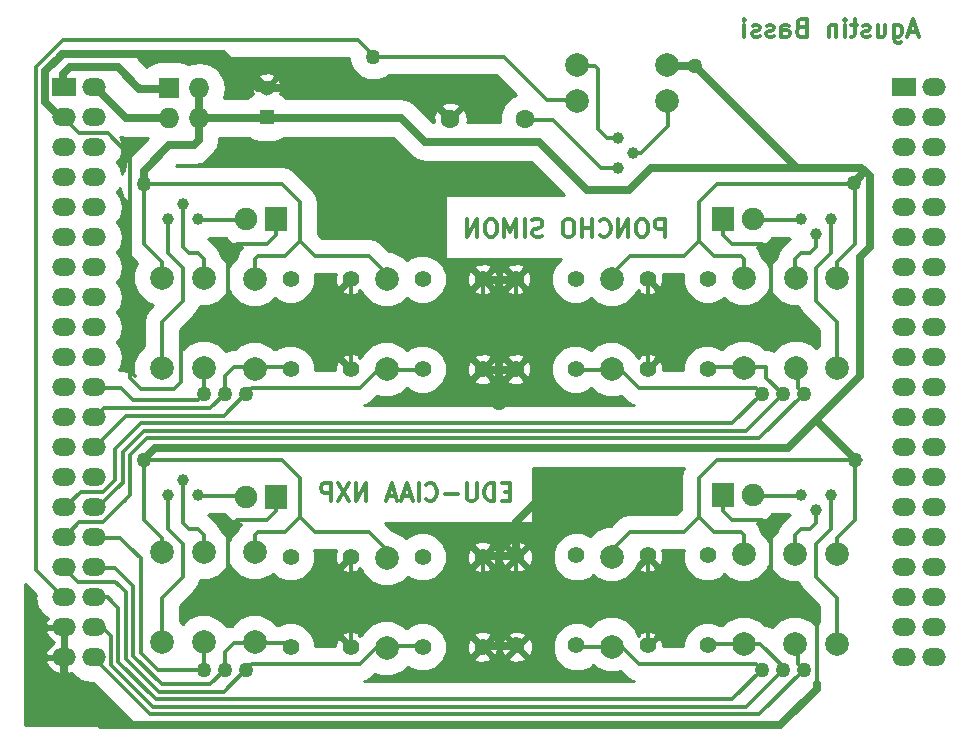
<source format=gbr>
G04 #@! TF.FileFunction,Copper,L2,Bot,Signal*
%FSLAX46Y46*%
G04 Gerber Fmt 4.6, Leading zero omitted, Abs format (unit mm)*
G04 Created by KiCad (PCBNEW 4.0.2-4+6225~38~ubuntu14.04.1-stable) date mié 20 jul 2016 10:10:09 ART*
%MOMM*%
G01*
G04 APERTURE LIST*
%ADD10C,0.100000*%
%ADD11C,0.300000*%
%ADD12R,1.727200X1.727200*%
%ADD13O,1.727200X1.727200*%
%ADD14C,1.600200*%
%ADD15R,1.900000X2.000000*%
%ADD16C,1.900000*%
%ADD17C,1.000760*%
%ADD18C,1.998980*%
%ADD19C,1.397000*%
%ADD20R,2.000000X1.524000*%
%ADD21O,2.000000X1.524000*%
%ADD22R,1.300000X1.300000*%
%ADD23C,1.300000*%
%ADD24C,1.270000*%
%ADD25C,0.304800*%
%ADD26C,0.635000*%
%ADD27C,0.250000*%
G04 APERTURE END LIST*
D10*
D11*
X190357144Y-56750000D02*
X189642858Y-56750000D01*
X190500001Y-57178571D02*
X190000001Y-55678571D01*
X189500001Y-57178571D01*
X188357144Y-56178571D02*
X188357144Y-57392857D01*
X188428573Y-57535714D01*
X188500001Y-57607143D01*
X188642858Y-57678571D01*
X188857144Y-57678571D01*
X189000001Y-57607143D01*
X188357144Y-57107143D02*
X188500001Y-57178571D01*
X188785715Y-57178571D01*
X188928573Y-57107143D01*
X189000001Y-57035714D01*
X189071430Y-56892857D01*
X189071430Y-56464286D01*
X189000001Y-56321429D01*
X188928573Y-56250000D01*
X188785715Y-56178571D01*
X188500001Y-56178571D01*
X188357144Y-56250000D01*
X187000001Y-56178571D02*
X187000001Y-57178571D01*
X187642858Y-56178571D02*
X187642858Y-56964286D01*
X187571430Y-57107143D01*
X187428572Y-57178571D01*
X187214287Y-57178571D01*
X187071430Y-57107143D01*
X187000001Y-57035714D01*
X186357144Y-57107143D02*
X186214287Y-57178571D01*
X185928572Y-57178571D01*
X185785715Y-57107143D01*
X185714287Y-56964286D01*
X185714287Y-56892857D01*
X185785715Y-56750000D01*
X185928572Y-56678571D01*
X186142858Y-56678571D01*
X186285715Y-56607143D01*
X186357144Y-56464286D01*
X186357144Y-56392857D01*
X186285715Y-56250000D01*
X186142858Y-56178571D01*
X185928572Y-56178571D01*
X185785715Y-56250000D01*
X185285715Y-56178571D02*
X184714286Y-56178571D01*
X185071429Y-55678571D02*
X185071429Y-56964286D01*
X185000001Y-57107143D01*
X184857143Y-57178571D01*
X184714286Y-57178571D01*
X184214286Y-57178571D02*
X184214286Y-56178571D01*
X184214286Y-55678571D02*
X184285715Y-55750000D01*
X184214286Y-55821429D01*
X184142858Y-55750000D01*
X184214286Y-55678571D01*
X184214286Y-55821429D01*
X183500000Y-56178571D02*
X183500000Y-57178571D01*
X183500000Y-56321429D02*
X183428572Y-56250000D01*
X183285714Y-56178571D01*
X183071429Y-56178571D01*
X182928572Y-56250000D01*
X182857143Y-56392857D01*
X182857143Y-57178571D01*
X180500000Y-56392857D02*
X180285714Y-56464286D01*
X180214286Y-56535714D01*
X180142857Y-56678571D01*
X180142857Y-56892857D01*
X180214286Y-57035714D01*
X180285714Y-57107143D01*
X180428572Y-57178571D01*
X181000000Y-57178571D01*
X181000000Y-55678571D01*
X180500000Y-55678571D01*
X180357143Y-55750000D01*
X180285714Y-55821429D01*
X180214286Y-55964286D01*
X180214286Y-56107143D01*
X180285714Y-56250000D01*
X180357143Y-56321429D01*
X180500000Y-56392857D01*
X181000000Y-56392857D01*
X178857143Y-57178571D02*
X178857143Y-56392857D01*
X178928572Y-56250000D01*
X179071429Y-56178571D01*
X179357143Y-56178571D01*
X179500000Y-56250000D01*
X178857143Y-57107143D02*
X179000000Y-57178571D01*
X179357143Y-57178571D01*
X179500000Y-57107143D01*
X179571429Y-56964286D01*
X179571429Y-56821429D01*
X179500000Y-56678571D01*
X179357143Y-56607143D01*
X179000000Y-56607143D01*
X178857143Y-56535714D01*
X178214286Y-57107143D02*
X178071429Y-57178571D01*
X177785714Y-57178571D01*
X177642857Y-57107143D01*
X177571429Y-56964286D01*
X177571429Y-56892857D01*
X177642857Y-56750000D01*
X177785714Y-56678571D01*
X178000000Y-56678571D01*
X178142857Y-56607143D01*
X178214286Y-56464286D01*
X178214286Y-56392857D01*
X178142857Y-56250000D01*
X178000000Y-56178571D01*
X177785714Y-56178571D01*
X177642857Y-56250000D01*
X177000000Y-57107143D02*
X176857143Y-57178571D01*
X176571428Y-57178571D01*
X176428571Y-57107143D01*
X176357143Y-56964286D01*
X176357143Y-56892857D01*
X176428571Y-56750000D01*
X176571428Y-56678571D01*
X176785714Y-56678571D01*
X176928571Y-56607143D01*
X177000000Y-56464286D01*
X177000000Y-56392857D01*
X176928571Y-56250000D01*
X176785714Y-56178571D01*
X176571428Y-56178571D01*
X176428571Y-56250000D01*
X175714285Y-57178571D02*
X175714285Y-56178571D01*
X175714285Y-55678571D02*
X175785714Y-55750000D01*
X175714285Y-55821429D01*
X175642857Y-55750000D01*
X175714285Y-55678571D01*
X175714285Y-55821429D01*
X155912000Y-95712857D02*
X155412000Y-95712857D01*
X155197714Y-96498571D02*
X155912000Y-96498571D01*
X155912000Y-94998571D01*
X155197714Y-94998571D01*
X154554857Y-96498571D02*
X154554857Y-94998571D01*
X154197714Y-94998571D01*
X153983429Y-95070000D01*
X153840571Y-95212857D01*
X153769143Y-95355714D01*
X153697714Y-95641429D01*
X153697714Y-95855714D01*
X153769143Y-96141429D01*
X153840571Y-96284286D01*
X153983429Y-96427143D01*
X154197714Y-96498571D01*
X154554857Y-96498571D01*
X153054857Y-94998571D02*
X153054857Y-96212857D01*
X152983429Y-96355714D01*
X152912000Y-96427143D01*
X152769143Y-96498571D01*
X152483429Y-96498571D01*
X152340571Y-96427143D01*
X152269143Y-96355714D01*
X152197714Y-96212857D01*
X152197714Y-94998571D01*
X151483428Y-95927143D02*
X150340571Y-95927143D01*
X148769142Y-96355714D02*
X148840571Y-96427143D01*
X149054857Y-96498571D01*
X149197714Y-96498571D01*
X149411999Y-96427143D01*
X149554857Y-96284286D01*
X149626285Y-96141429D01*
X149697714Y-95855714D01*
X149697714Y-95641429D01*
X149626285Y-95355714D01*
X149554857Y-95212857D01*
X149411999Y-95070000D01*
X149197714Y-94998571D01*
X149054857Y-94998571D01*
X148840571Y-95070000D01*
X148769142Y-95141429D01*
X148126285Y-96498571D02*
X148126285Y-94998571D01*
X147483428Y-96070000D02*
X146769142Y-96070000D01*
X147626285Y-96498571D02*
X147126285Y-94998571D01*
X146626285Y-96498571D01*
X146197714Y-96070000D02*
X145483428Y-96070000D01*
X146340571Y-96498571D02*
X145840571Y-94998571D01*
X145340571Y-96498571D01*
X143697714Y-96498571D02*
X143697714Y-94998571D01*
X142840571Y-96498571D01*
X142840571Y-94998571D01*
X142269142Y-94998571D02*
X141269142Y-96498571D01*
X141269142Y-94998571D02*
X142269142Y-96498571D01*
X140697714Y-96498571D02*
X140697714Y-94998571D01*
X140126286Y-94998571D01*
X139983428Y-95070000D01*
X139912000Y-95141429D01*
X139840571Y-95284286D01*
X139840571Y-95498571D01*
X139912000Y-95641429D01*
X139983428Y-95712857D01*
X140126286Y-95784286D01*
X140697714Y-95784286D01*
X168969144Y-74146571D02*
X168969144Y-72646571D01*
X168397716Y-72646571D01*
X168254858Y-72718000D01*
X168183430Y-72789429D01*
X168112001Y-72932286D01*
X168112001Y-73146571D01*
X168183430Y-73289429D01*
X168254858Y-73360857D01*
X168397716Y-73432286D01*
X168969144Y-73432286D01*
X167183430Y-72646571D02*
X166897716Y-72646571D01*
X166754858Y-72718000D01*
X166612001Y-72860857D01*
X166540573Y-73146571D01*
X166540573Y-73646571D01*
X166612001Y-73932286D01*
X166754858Y-74075143D01*
X166897716Y-74146571D01*
X167183430Y-74146571D01*
X167326287Y-74075143D01*
X167469144Y-73932286D01*
X167540573Y-73646571D01*
X167540573Y-73146571D01*
X167469144Y-72860857D01*
X167326287Y-72718000D01*
X167183430Y-72646571D01*
X165897715Y-74146571D02*
X165897715Y-72646571D01*
X165040572Y-74146571D01*
X165040572Y-72646571D01*
X163469143Y-74003714D02*
X163540572Y-74075143D01*
X163754858Y-74146571D01*
X163897715Y-74146571D01*
X164112000Y-74075143D01*
X164254858Y-73932286D01*
X164326286Y-73789429D01*
X164397715Y-73503714D01*
X164397715Y-73289429D01*
X164326286Y-73003714D01*
X164254858Y-72860857D01*
X164112000Y-72718000D01*
X163897715Y-72646571D01*
X163754858Y-72646571D01*
X163540572Y-72718000D01*
X163469143Y-72789429D01*
X162826286Y-74146571D02*
X162826286Y-72646571D01*
X162826286Y-73360857D02*
X161969143Y-73360857D01*
X161969143Y-74146571D02*
X161969143Y-72646571D01*
X160969143Y-72646571D02*
X160683429Y-72646571D01*
X160540571Y-72718000D01*
X160397714Y-72860857D01*
X160326286Y-73146571D01*
X160326286Y-73646571D01*
X160397714Y-73932286D01*
X160540571Y-74075143D01*
X160683429Y-74146571D01*
X160969143Y-74146571D01*
X161112000Y-74075143D01*
X161254857Y-73932286D01*
X161326286Y-73646571D01*
X161326286Y-73146571D01*
X161254857Y-72860857D01*
X161112000Y-72718000D01*
X160969143Y-72646571D01*
X158612000Y-74075143D02*
X158397714Y-74146571D01*
X158040571Y-74146571D01*
X157897714Y-74075143D01*
X157826285Y-74003714D01*
X157754857Y-73860857D01*
X157754857Y-73718000D01*
X157826285Y-73575143D01*
X157897714Y-73503714D01*
X158040571Y-73432286D01*
X158326285Y-73360857D01*
X158469143Y-73289429D01*
X158540571Y-73218000D01*
X158612000Y-73075143D01*
X158612000Y-72932286D01*
X158540571Y-72789429D01*
X158469143Y-72718000D01*
X158326285Y-72646571D01*
X157969143Y-72646571D01*
X157754857Y-72718000D01*
X157112000Y-74146571D02*
X157112000Y-72646571D01*
X156397714Y-74146571D02*
X156397714Y-72646571D01*
X155897714Y-73718000D01*
X155397714Y-72646571D01*
X155397714Y-74146571D01*
X154397714Y-72646571D02*
X154112000Y-72646571D01*
X153969142Y-72718000D01*
X153826285Y-72860857D01*
X153754857Y-73146571D01*
X153754857Y-73646571D01*
X153826285Y-73932286D01*
X153969142Y-74075143D01*
X154112000Y-74146571D01*
X154397714Y-74146571D01*
X154540571Y-74075143D01*
X154683428Y-73932286D01*
X154754857Y-73646571D01*
X154754857Y-73146571D01*
X154683428Y-72860857D01*
X154540571Y-72718000D01*
X154397714Y-72646571D01*
X153111999Y-74146571D02*
X153111999Y-72646571D01*
X152254856Y-74146571D01*
X152254856Y-72646571D01*
D12*
X127007800Y-61542700D03*
D13*
X129547800Y-61542700D03*
X127007800Y-64082700D03*
X129547800Y-64082700D03*
D14*
X157178971Y-64124429D03*
X150828971Y-64124429D03*
D15*
X136017000Y-72644000D03*
D16*
X133477000Y-72644000D03*
D15*
X173863000Y-72644000D03*
D16*
X176403000Y-72644000D03*
D15*
X136017000Y-96139000D03*
D16*
X133477000Y-96139000D03*
D15*
X173863000Y-96012000D03*
D16*
X176403000Y-96012000D03*
D17*
X166243000Y-67056000D03*
X164973000Y-68326000D03*
X164973000Y-65786000D03*
X128143000Y-71374000D03*
X129413000Y-72644000D03*
X126873000Y-72644000D03*
X181737000Y-73914000D03*
X180467000Y-72644000D03*
X183007000Y-72644000D03*
X128143000Y-94742000D03*
X129413000Y-96012000D03*
X126873000Y-96012000D03*
X181737000Y-97282000D03*
X180467000Y-96012000D03*
X183007000Y-96012000D03*
D18*
X134239000Y-85344000D03*
X134239000Y-77724000D03*
X145415000Y-85344000D03*
X145415000Y-77724000D03*
X175641000Y-85217000D03*
X175641000Y-77597000D03*
X164465000Y-85344000D03*
X164465000Y-77724000D03*
X145415000Y-108966000D03*
X145415000Y-101346000D03*
X134239000Y-108458000D03*
X134239000Y-100838000D03*
X175641000Y-108585000D03*
X175641000Y-100965000D03*
X164465000Y-108839000D03*
X164465000Y-101219000D03*
X169164000Y-62611000D03*
X161544000Y-62611000D03*
X169164000Y-59563000D03*
X161544000Y-59563000D03*
X129921000Y-85217000D03*
X129921000Y-77597000D03*
X126365000Y-85217000D03*
X126365000Y-77597000D03*
X180086000Y-85217000D03*
X180086000Y-77597000D03*
X183515000Y-85217000D03*
X183515000Y-77597000D03*
X129921000Y-108458000D03*
X129921000Y-100838000D03*
X126365000Y-108458000D03*
X126365000Y-100838000D03*
X179959000Y-108585000D03*
X179959000Y-100965000D03*
X183515000Y-108585000D03*
X183515000Y-100965000D03*
D19*
X137287000Y-77724000D03*
X142367000Y-77724000D03*
X137287000Y-85344000D03*
X142367000Y-85344000D03*
X148463000Y-77724000D03*
X153543000Y-77724000D03*
X148463000Y-85344000D03*
X153543000Y-85344000D03*
X172593000Y-85344000D03*
X167513000Y-85344000D03*
X172593000Y-77724000D03*
X167513000Y-77724000D03*
X161417000Y-85344000D03*
X156337000Y-85344000D03*
X161417000Y-77724000D03*
X156337000Y-77724000D03*
X148463000Y-101219000D03*
X153543000Y-101219000D03*
X148463000Y-108839000D03*
X153543000Y-108839000D03*
X137287000Y-101219000D03*
X142367000Y-101219000D03*
X137287000Y-108839000D03*
X142367000Y-108839000D03*
X172593000Y-108712000D03*
X167513000Y-108712000D03*
X172593000Y-101092000D03*
X167513000Y-101092000D03*
X161417000Y-108712000D03*
X156337000Y-108712000D03*
X161417000Y-101092000D03*
X156337000Y-101092000D03*
D20*
X189230000Y-61468000D03*
D21*
X191770000Y-61468000D03*
X189230000Y-74168000D03*
X191770000Y-64008000D03*
X189230000Y-76708000D03*
X191770000Y-66548000D03*
X189230000Y-79248000D03*
X191770000Y-69088000D03*
X189230000Y-81788000D03*
X191770000Y-71628000D03*
X189230000Y-84328000D03*
X191770000Y-74168000D03*
X189230000Y-86868000D03*
X191770000Y-76708000D03*
X189230000Y-89408000D03*
X191770000Y-79248000D03*
X189230000Y-91948000D03*
X191770000Y-81788000D03*
X189230000Y-94488000D03*
X191770000Y-84328000D03*
X189230000Y-97028000D03*
X191770000Y-86868000D03*
X189230000Y-99568000D03*
X191770000Y-89408000D03*
X191770000Y-91948000D03*
X189230000Y-102108000D03*
X191770000Y-94488000D03*
X191770000Y-99568000D03*
X191770000Y-102108000D03*
X191770000Y-104648000D03*
X191770000Y-107188000D03*
X189230000Y-104648000D03*
X189230000Y-107188000D03*
X189230000Y-64008000D03*
X189230000Y-66548000D03*
X189230000Y-69088000D03*
X189230000Y-71628000D03*
X189230000Y-109728000D03*
X191770000Y-109728000D03*
X191770000Y-97028000D03*
D20*
X118110000Y-61468000D03*
D21*
X120650000Y-61468000D03*
X118110000Y-64008000D03*
X120650000Y-64008000D03*
X118110000Y-66548000D03*
X120650000Y-66548000D03*
X118110000Y-69088000D03*
X120650000Y-69088000D03*
X118110000Y-71628000D03*
X120650000Y-71628000D03*
X118110000Y-74168000D03*
X120650000Y-74168000D03*
X118110000Y-76708000D03*
X120650000Y-76708000D03*
X118110000Y-79248000D03*
X120650000Y-79248000D03*
X118110000Y-81788000D03*
X120650000Y-81788000D03*
X118110000Y-84328000D03*
X120650000Y-84328000D03*
X118110000Y-86868000D03*
X120650000Y-86868000D03*
X118110000Y-89408000D03*
X120650000Y-89408000D03*
X118110000Y-91948000D03*
X120650000Y-91948000D03*
X118110000Y-94488000D03*
X120650000Y-94488000D03*
X118110000Y-97028000D03*
X120650000Y-97028000D03*
X118110000Y-99568000D03*
X120650000Y-99568000D03*
X118110000Y-102108000D03*
X120650000Y-102108000D03*
X118110000Y-104648000D03*
X120650000Y-104648000D03*
X118110000Y-107188000D03*
X120650000Y-107188000D03*
X118110000Y-109728000D03*
X120650000Y-109728000D03*
D22*
X135255000Y-64008000D03*
D23*
X135255000Y-61508000D03*
D24*
X124848800Y-69670700D03*
X171521300Y-59637700D03*
X184983300Y-69607200D03*
X124848800Y-93038700D03*
X185046800Y-93038700D03*
X154947800Y-88212700D03*
X159596000Y-95058000D03*
X144279800Y-61542700D03*
X131706800Y-87450700D03*
X133484800Y-87450700D03*
X178950800Y-87450700D03*
X177172800Y-87450700D03*
X131706800Y-110818700D03*
X133484800Y-110818700D03*
X178950800Y-110818700D03*
X177172800Y-110818700D03*
X144279800Y-58875700D03*
X129928800Y-87450700D03*
X180728800Y-87450700D03*
X129928800Y-110818700D03*
X180728800Y-110818700D03*
D25*
X145422800Y-77290700D02*
X143898800Y-75766700D01*
D26*
X129547800Y-61542700D02*
X129547800Y-64082700D01*
X131000000Y-64082700D02*
X129547800Y-64082700D01*
X127000000Y-66376500D02*
X129123500Y-66376500D01*
X129123500Y-66376500D02*
X129547800Y-65952200D01*
X129547800Y-65952200D02*
X129547800Y-64082700D01*
X158326000Y-66102000D02*
X148674000Y-66102000D01*
X167838300Y-68273700D02*
X165946000Y-70166000D01*
X165946000Y-70166000D02*
X162390000Y-70166000D01*
X162390000Y-70166000D02*
X158326000Y-66102000D01*
X170010000Y-68273700D02*
X167838300Y-68273700D01*
X142070000Y-64070000D02*
X142070000Y-64082700D01*
X146642000Y-64070000D02*
X142070000Y-64070000D01*
X148674000Y-66102000D02*
X146642000Y-64070000D01*
X171457800Y-68273700D02*
X170010000Y-68273700D01*
X170010000Y-68273700D02*
X169806800Y-68273700D01*
X142438300Y-64082700D02*
X142070000Y-64082700D01*
X142070000Y-64082700D02*
X131000000Y-64082700D01*
X131000000Y-64082700D02*
X130817800Y-64082700D01*
X132722800Y-64082700D02*
X130817800Y-64082700D01*
X124848800Y-69670700D02*
X124848800Y-68527700D01*
X124848800Y-68527700D02*
X127000000Y-66376500D01*
X127000000Y-66376500D02*
X127007800Y-66368700D01*
D25*
X145422800Y-77798700D02*
X145422800Y-77290700D01*
X143898800Y-75766700D02*
X139326800Y-75766700D01*
X139326800Y-75766700D02*
X138056800Y-74496700D01*
X136532800Y-69670700D02*
X124848800Y-69670700D01*
X138056800Y-71194700D02*
X136532800Y-69670700D01*
X138056800Y-74496700D02*
X138056800Y-71194700D01*
X136786800Y-75766700D02*
X138056800Y-74496700D01*
X126372800Y-76274700D02*
X126372800Y-77544700D01*
X126372800Y-76274700D02*
X124848800Y-74750700D01*
X124848800Y-74750700D02*
X124848800Y-69670700D01*
X134500800Y-75766700D02*
X136786800Y-75766700D01*
X134246800Y-76020700D02*
X134500800Y-75766700D01*
X134246800Y-77544700D02*
X134246800Y-76020700D01*
D26*
X180093800Y-68273700D02*
X171457800Y-68273700D01*
X171521300Y-59637700D02*
X171521300Y-59650464D01*
X169204164Y-59650464D02*
X171521300Y-59650464D01*
X171521300Y-59650464D02*
X171534064Y-59650464D01*
X180093800Y-68210200D02*
X180093800Y-68273700D01*
X171534064Y-59650464D02*
X180093800Y-68210200D01*
X185618300Y-68273700D02*
X180093800Y-68273700D01*
X186316800Y-68972200D02*
X185935800Y-68591200D01*
X185935800Y-68591200D02*
X185618300Y-68273700D01*
X186316800Y-75004700D02*
X186316800Y-68972200D01*
X185491300Y-75830200D02*
X186316800Y-75004700D01*
X185491300Y-85926700D02*
X185491300Y-75830200D01*
X184983300Y-69607200D02*
X184983300Y-69543700D01*
X184983300Y-69543700D02*
X185935800Y-68591200D01*
D25*
X183522800Y-76274700D02*
X183522800Y-77544700D01*
X185046800Y-74750700D02*
X183522800Y-76274700D01*
X173362800Y-69670700D02*
X185046800Y-69670700D01*
X185046800Y-69670700D02*
X185046800Y-74750700D01*
X171838800Y-71194700D02*
X173362800Y-69670700D01*
X171838800Y-74242700D02*
X171838800Y-71194700D01*
X164472800Y-77544700D02*
X164472800Y-77290700D01*
X164472800Y-77290700D02*
X165996800Y-75766700D01*
X165996800Y-75766700D02*
X170568800Y-75766700D01*
X170568800Y-75766700D02*
X171838800Y-74496700D01*
X171838800Y-74496700D02*
X171838800Y-74242700D01*
X173108800Y-75766700D02*
X171838800Y-74496700D01*
X171838800Y-74496700D02*
X171838800Y-74242700D01*
D26*
X124848800Y-93038700D02*
X124848800Y-92975200D01*
X179395300Y-92022700D02*
X181808300Y-89609700D01*
X181808300Y-89609700D02*
X185491300Y-85926700D01*
X125801300Y-92022700D02*
X179395300Y-92022700D01*
X124848800Y-92975200D02*
X125801300Y-92022700D01*
D25*
X124848800Y-98118700D02*
X124848800Y-93038700D01*
X126372800Y-99642700D02*
X124848800Y-98118700D01*
X126372800Y-99642700D02*
X126372800Y-100912700D01*
X134500800Y-99134700D02*
X136786800Y-99134700D01*
X136786800Y-99134700D02*
X138056800Y-97864700D01*
X138056800Y-97864700D02*
X138056800Y-94562700D01*
X138056800Y-94562700D02*
X136532800Y-93038700D01*
X136532800Y-93038700D02*
X124848800Y-93038700D01*
X134246800Y-99388700D02*
X134500800Y-99134700D01*
X134246800Y-100912700D02*
X134246800Y-99388700D01*
X139326800Y-99134700D02*
X138056800Y-97864700D01*
X143898800Y-99134700D02*
X139326800Y-99134700D01*
X145422800Y-100658700D02*
X143898800Y-99134700D01*
X145422800Y-101166700D02*
X145422800Y-100658700D01*
D26*
X185046800Y-92911700D02*
X181808300Y-89673200D01*
X181808300Y-89673200D02*
X181808300Y-89609700D01*
D25*
X185046800Y-93038700D02*
X185046800Y-92911700D01*
X173362800Y-93038700D02*
X185554800Y-93038700D01*
X171838800Y-94562700D02*
X173362800Y-93038700D01*
X171838800Y-97610700D02*
X171838800Y-94562700D01*
X171838800Y-97864700D02*
X171838800Y-97610700D01*
X173108800Y-99134700D02*
X171838800Y-97864700D01*
X171838800Y-97864700D02*
X171838800Y-97610700D01*
X185046800Y-92911700D02*
X185046800Y-98118700D01*
X183522800Y-99642700D02*
X183522800Y-100912700D01*
X185046800Y-98118700D02*
X183522800Y-99642700D01*
X175394800Y-75766700D02*
X173108800Y-75766700D01*
X175648800Y-76020700D02*
X175394800Y-75766700D01*
X175648800Y-77544700D02*
X175648800Y-76020700D01*
X175394800Y-99134700D02*
X173108800Y-99134700D01*
X175648800Y-99388700D02*
X175394800Y-99134700D01*
X175648800Y-100912700D02*
X175648800Y-99388700D01*
X170568800Y-99134700D02*
X171838800Y-97864700D01*
X165996800Y-99134700D02*
X170568800Y-99134700D01*
X164472800Y-100658700D02*
X165996800Y-99134700D01*
X164472800Y-100912700D02*
X164472800Y-100658700D01*
X142367000Y-85344000D02*
X142367000Y-81661000D01*
X142367000Y-81661000D02*
X142367000Y-81608700D01*
D26*
X154947800Y-85598000D02*
X154947800Y-77858800D01*
X154940000Y-77851000D02*
X154940000Y-77798700D01*
X154947800Y-77858800D02*
X154940000Y-77851000D01*
D25*
X167513000Y-85344000D02*
X167513000Y-81534000D01*
X167513000Y-81534000D02*
X167520800Y-81534000D01*
X167513000Y-108839000D02*
X167513000Y-104902000D01*
X167513000Y-104902000D02*
X167513000Y-104976700D01*
D26*
X154940000Y-108786700D02*
X154940000Y-101219000D01*
X154940000Y-101219000D02*
X154940000Y-101166700D01*
D25*
X142367000Y-108839000D02*
X142367000Y-105029000D01*
X142367000Y-105029000D02*
X142367000Y-104976700D01*
D26*
X153550800Y-108786700D02*
X154940000Y-108786700D01*
X154940000Y-108786700D02*
X156344800Y-108786700D01*
X154947800Y-85418700D02*
X154947800Y-85598000D01*
X154947800Y-85598000D02*
X154947800Y-88212700D01*
X153550800Y-85418700D02*
X154947800Y-85418700D01*
X154947800Y-85418700D02*
X156344800Y-85418700D01*
X123750000Y-115500000D02*
X121250000Y-115500000D01*
X181871800Y-112378200D02*
X178750000Y-115500000D01*
X178750000Y-115500000D02*
X178250000Y-115500000D01*
X178250000Y-115500000D02*
X123750000Y-115500000D01*
X181871800Y-112000000D02*
X181871800Y-112378200D01*
X118117800Y-112367800D02*
X118117800Y-109802700D01*
X121250000Y-115500000D02*
X118117800Y-112367800D01*
X156344800Y-101166700D02*
X156344800Y-98309200D01*
X156344800Y-98309200D02*
X159596000Y-95058000D01*
D25*
X177998300Y-104405200D02*
X180030300Y-104405200D01*
X181871800Y-106246700D02*
X181871800Y-112000000D01*
X181871800Y-112000000D02*
X181871800Y-111961700D01*
X180030300Y-104405200D02*
X181871800Y-106246700D01*
D26*
X153550800Y-101166700D02*
X154940000Y-101166700D01*
X154940000Y-101166700D02*
X155074800Y-101166700D01*
X155074800Y-101166700D02*
X156344800Y-101166700D01*
D25*
X174632800Y-98118700D02*
X173870800Y-97356700D01*
X173870800Y-97356700D02*
X173870800Y-96086700D01*
X132468800Y-104976700D02*
X142367000Y-104976700D01*
X142367000Y-104976700D02*
X142374800Y-104976700D01*
X136024800Y-96086700D02*
X136024800Y-97356700D01*
X131960800Y-98880700D02*
X131960800Y-104468700D01*
X132722800Y-98118700D02*
X131960800Y-98880700D01*
X135262800Y-98118700D02*
X132722800Y-98118700D01*
X136024800Y-97356700D02*
X135262800Y-98118700D01*
X131960800Y-104468700D02*
X132468800Y-104976700D01*
X142374800Y-101166700D02*
X142374800Y-104976700D01*
X153550800Y-104214700D02*
X153550800Y-101166700D01*
X152788800Y-104976700D02*
X153550800Y-104214700D01*
X142374800Y-104976700D02*
X152788800Y-104976700D01*
X156344800Y-104214700D02*
X157106800Y-104976700D01*
X156344800Y-101166700D02*
X156344800Y-104214700D01*
X157106800Y-104976700D02*
X167513000Y-104976700D01*
X167513000Y-104976700D02*
X167520800Y-104976700D01*
X167520800Y-104976700D02*
X177426800Y-104976700D01*
X177426800Y-104976700D02*
X177998300Y-104405200D01*
X177998300Y-104405200D02*
X177934800Y-104468700D01*
X177934800Y-104468700D02*
X177934800Y-98880700D01*
X177934800Y-98880700D02*
X177172800Y-98118700D01*
X177172800Y-98118700D02*
X174632800Y-98118700D01*
X167520800Y-104976700D02*
X167520800Y-101166700D01*
D26*
X136000000Y-61500000D02*
X144000000Y-61500000D01*
X148287242Y-61582700D02*
X150828971Y-64124429D01*
X144279800Y-61582700D02*
X148287242Y-61582700D01*
X144279800Y-61542700D02*
X144279800Y-61582700D01*
X144000000Y-61500000D02*
X144279800Y-61542700D01*
X118000000Y-58612500D02*
X131612500Y-58612500D01*
X134500000Y-61500000D02*
X136000000Y-61500000D01*
X131612500Y-58612500D02*
X134500000Y-61500000D01*
X118117800Y-64082700D02*
X117863800Y-64082700D01*
X117863800Y-64082700D02*
X116530300Y-62749200D01*
X116530300Y-62749200D02*
X116530300Y-60082200D01*
X116530300Y-60082200D02*
X118000000Y-58612500D01*
X118000000Y-58612500D02*
X117927300Y-58685200D01*
X117927300Y-58685200D02*
X117800300Y-58812200D01*
D25*
X119387800Y-65352700D02*
X118117800Y-64082700D01*
X121800800Y-65352700D02*
X119387800Y-65352700D01*
X123705800Y-67257700D02*
X121800800Y-65352700D01*
X123705800Y-83831200D02*
X123705800Y-83513700D01*
X123705800Y-83513700D02*
X123705800Y-67257700D01*
X124658300Y-87006200D02*
X123705800Y-86053700D01*
X123705800Y-86053700D02*
X123705800Y-83513700D01*
X132024300Y-81164200D02*
X130246300Y-81164200D01*
X127452300Y-87006200D02*
X124658300Y-87006200D01*
X124658300Y-87006200D02*
X124594800Y-87006200D01*
X128023800Y-86434700D02*
X127452300Y-87006200D01*
X128023800Y-83386700D02*
X128023800Y-86434700D01*
X130246300Y-81164200D02*
X128023800Y-83386700D01*
X173870800Y-73988700D02*
X173870800Y-72718700D01*
X174632800Y-74750700D02*
X173870800Y-73988700D01*
X131960800Y-81100700D02*
X132024300Y-81164200D01*
X132024300Y-81164200D02*
X132468800Y-81608700D01*
X131960800Y-75512700D02*
X131960800Y-81100700D01*
X177172800Y-74750700D02*
X174632800Y-74750700D01*
X177934800Y-75512700D02*
X177172800Y-74750700D01*
X177934800Y-81100700D02*
X177934800Y-75512700D01*
X177426800Y-81608700D02*
X177934800Y-81100700D01*
X132722800Y-74750700D02*
X131960800Y-75512700D01*
X135262800Y-74750700D02*
X132722800Y-74750700D01*
X136024800Y-73988700D02*
X135262800Y-74750700D01*
X136024800Y-72718700D02*
X136024800Y-73988700D01*
X132468800Y-81608700D02*
X142367000Y-81608700D01*
X142367000Y-81608700D02*
X142374800Y-81608700D01*
X167520800Y-81608700D02*
X167520800Y-81534000D01*
X167520800Y-81534000D02*
X167520800Y-77798700D01*
X157106800Y-81608700D02*
X167520800Y-81608700D01*
X167520800Y-81608700D02*
X177426800Y-81608700D01*
D26*
X153550800Y-77798700D02*
X154940000Y-77798700D01*
X154940000Y-77798700D02*
X156344800Y-77798700D01*
D25*
X142374800Y-81608700D02*
X152788800Y-81608700D01*
X152788800Y-81608700D02*
X153550800Y-80846700D01*
X153550800Y-80846700D02*
X153550800Y-77798700D01*
X156344800Y-77798700D02*
X156344800Y-80846700D01*
X156344800Y-80846700D02*
X157106800Y-81608700D01*
X142374800Y-77798700D02*
X142374800Y-81608700D01*
X133484800Y-72718700D02*
X133738800Y-72464700D01*
X133738800Y-72464700D02*
X133484800Y-72718700D01*
X129420800Y-72718700D02*
X133484800Y-72718700D01*
X180474800Y-72718700D02*
X176410800Y-72718700D01*
X180474800Y-96086700D02*
X176410800Y-96086700D01*
X166410164Y-67016464D02*
X166936536Y-67016464D01*
X169235300Y-64717700D02*
X169235300Y-62558700D01*
X166936536Y-67016464D02*
X169235300Y-64717700D01*
X165140164Y-68286464D02*
X163616164Y-68286465D01*
X159552164Y-64222465D02*
X157266164Y-64222465D01*
X163616164Y-68286465D02*
X159552164Y-64222465D01*
X157266164Y-64222465D02*
X157178971Y-64124429D01*
X157262972Y-64194429D02*
X157178971Y-64124429D01*
X128150800Y-75004700D02*
X128150800Y-71448700D01*
X128658800Y-75512700D02*
X128150800Y-75004700D01*
X129420800Y-75512700D02*
X128658800Y-75512700D01*
X129928800Y-76020700D02*
X129420800Y-75512700D01*
X129928800Y-77544700D02*
X129928800Y-76020700D01*
X126880800Y-75512700D02*
X126880800Y-72718700D01*
X128150800Y-76782700D02*
X126880800Y-75512700D01*
X128150800Y-79576700D02*
X128150800Y-76782700D01*
X126372800Y-81354700D02*
X128150800Y-79576700D01*
X126372800Y-85164700D02*
X126372800Y-81354700D01*
X181744800Y-73988700D02*
X181744800Y-75004700D01*
X179966800Y-76020700D02*
X179966800Y-77290700D01*
X180474800Y-75512700D02*
X179966800Y-76020700D01*
X181236800Y-75512700D02*
X180474800Y-75512700D01*
X181744800Y-75004700D02*
X181236800Y-75512700D01*
X179966800Y-77290700D02*
X180220800Y-77544700D01*
X183522800Y-85164700D02*
X183522800Y-81354700D01*
X183014800Y-75512700D02*
X183014800Y-72718700D01*
X181744800Y-76782700D02*
X183014800Y-75512700D01*
X181744800Y-79576700D02*
X181744800Y-76782700D01*
X183522800Y-81354700D02*
X181744800Y-79576700D01*
X179966800Y-100658700D02*
X180220800Y-100912700D01*
X179966800Y-99388700D02*
X179966800Y-100658700D01*
X180474800Y-98880700D02*
X179966800Y-99388700D01*
X181236800Y-98880700D02*
X180474800Y-98880700D01*
X181744800Y-98372700D02*
X181236800Y-98880700D01*
X181744800Y-97356700D02*
X181744800Y-98372700D01*
X183522800Y-104722700D02*
X181744800Y-102944700D01*
X183522800Y-108532700D02*
X183522800Y-104722700D01*
X181744800Y-102944700D02*
X181744800Y-100150700D01*
X181744800Y-100150700D02*
X183014800Y-98880700D01*
X183014800Y-98880700D02*
X183014800Y-96086700D01*
X137040800Y-85164700D02*
X137294800Y-85418700D01*
X123705800Y-88657200D02*
X121483300Y-88657200D01*
X121483300Y-88657200D02*
X120657800Y-89482700D01*
X127261800Y-88657200D02*
X123959800Y-88657200D01*
X123959800Y-88657200D02*
X123705800Y-88657200D01*
X123705800Y-88657200D02*
X123642300Y-88657200D01*
X127261800Y-88657200D02*
X127261800Y-88657200D01*
X127261800Y-88657200D02*
X130500300Y-88657200D01*
X132468800Y-85164700D02*
X131706800Y-85926700D01*
X131706800Y-85926700D02*
X131706800Y-87450700D01*
X134246800Y-85164700D02*
X132468800Y-85164700D01*
X130500300Y-88657200D02*
X131706800Y-87450700D01*
X134246800Y-85164700D02*
X137040800Y-85164700D01*
X145422800Y-85418700D02*
X144660800Y-85418700D01*
X144660800Y-85418700D02*
X143136800Y-86942700D01*
X143136800Y-86942700D02*
X133992800Y-86942700D01*
X148470800Y-85418700D02*
X145422800Y-85418700D01*
X120657800Y-92022700D02*
X120657800Y-91895700D01*
X123896300Y-89292200D02*
X123388300Y-89292200D01*
X123959800Y-89292200D02*
X123896300Y-89292200D01*
X124023300Y-89292200D02*
X123959800Y-89292200D01*
X127388800Y-89292200D02*
X124023300Y-89292200D01*
X123388300Y-89292200D02*
X120657800Y-92022700D01*
X127325300Y-89292200D02*
X127388800Y-89292200D01*
X127388800Y-89292200D02*
X131643300Y-89292200D01*
X131643300Y-89292200D02*
X133548300Y-87387200D01*
X133992800Y-86942700D02*
X133548300Y-87387200D01*
X133548300Y-87387200D02*
X133484800Y-87450700D01*
X122626300Y-95388200D02*
X123070800Y-94943700D01*
X120911800Y-97102700D02*
X122626300Y-95388200D01*
X124848800Y-90562200D02*
X125737800Y-90562200D01*
X123070800Y-92340200D02*
X124848800Y-90562200D01*
X123070800Y-94943700D02*
X123070800Y-92340200D01*
X120657800Y-97102700D02*
X120911800Y-97102700D01*
X175013800Y-90562200D02*
X175839300Y-90562200D01*
X178950800Y-87450700D02*
X175839300Y-90562200D01*
X177553800Y-86053700D02*
X178950800Y-87450700D01*
X177553800Y-86053700D02*
X177553800Y-85164700D01*
X126626800Y-90562200D02*
X125737800Y-90562200D01*
X126626800Y-90562200D02*
X126626800Y-90562200D01*
X126626800Y-90562200D02*
X175013800Y-90562200D01*
X175013800Y-90562200D02*
X175077300Y-90562200D01*
X172854800Y-85164700D02*
X177553800Y-85164700D01*
X177553800Y-85164700D02*
X177426800Y-85164700D01*
X172600800Y-85418700D02*
X172854800Y-85164700D01*
X118117800Y-97102700D02*
X119507000Y-95758000D01*
X121991300Y-95134200D02*
X122435800Y-94689700D01*
X119507000Y-95758000D02*
X121412000Y-95758000D01*
X121412000Y-95758000D02*
X121991300Y-95134200D01*
X124594800Y-89927200D02*
X125356800Y-89927200D01*
X122435800Y-92086200D02*
X124594800Y-89927200D01*
X122435800Y-94689700D02*
X122435800Y-92086200D01*
X166758800Y-86942700D02*
X175902800Y-86942700D01*
X165234800Y-85418700D02*
X166758800Y-86942700D01*
X174696300Y-89927200D02*
X173743800Y-89927200D01*
X177172800Y-87450700D02*
X174696300Y-89927200D01*
X176664800Y-86942700D02*
X177172800Y-87450700D01*
X175902800Y-86942700D02*
X176664800Y-86942700D01*
X126499800Y-89927200D02*
X125356800Y-89927200D01*
X126499800Y-89927200D02*
X126499800Y-89927200D01*
X126499800Y-89927200D02*
X173743800Y-89927200D01*
X173743800Y-89927200D02*
X173870800Y-89927200D01*
X161424800Y-85418700D02*
X165234800Y-85418700D01*
X130500300Y-112025200D02*
X131706800Y-110818700D01*
X131706800Y-109294700D02*
X131706800Y-110818700D01*
X137040800Y-108532700D02*
X137294800Y-108786700D01*
X134246800Y-108532700D02*
X137040800Y-108532700D01*
X132468800Y-108532700D02*
X131706800Y-109294700D01*
X131706800Y-109294700D02*
X131706800Y-110818700D01*
X134246800Y-108532700D02*
X132468800Y-108532700D01*
X120904000Y-103378000D02*
X122428000Y-103378000D01*
X122428000Y-103378000D02*
X122816800Y-103706700D01*
X119253000Y-103378000D02*
X120904000Y-103378000D01*
X120904000Y-103378000D02*
X120840500Y-103378000D01*
X123324800Y-104214700D02*
X123324800Y-109866200D01*
X122428000Y-103378000D02*
X122816800Y-103706700D01*
X122816800Y-103706700D02*
X123324800Y-104214700D01*
X118117800Y-102182700D02*
X119253000Y-103378000D01*
X127388800Y-112025200D02*
X128595300Y-112025200D01*
X128595300Y-112025200D02*
X130500300Y-112025200D01*
X127388800Y-112660200D02*
X126118800Y-112660200D01*
X123324800Y-109866200D02*
X126118800Y-112660200D01*
X133548300Y-110755200D02*
X133484800Y-110818700D01*
X133992800Y-110310700D02*
X133548300Y-110755200D01*
X131643300Y-112660200D02*
X133548300Y-110755200D01*
X127388800Y-112660200D02*
X131643300Y-112660200D01*
X127325300Y-112660200D02*
X127388800Y-112660200D01*
X133992800Y-110310700D02*
X133484800Y-110818700D01*
X143136800Y-110310700D02*
X133992800Y-110310700D01*
X175641000Y-108585000D02*
X172720000Y-108585000D01*
X172720000Y-108585000D02*
X172593000Y-108712000D01*
X178950800Y-110818700D02*
X178950800Y-110497800D01*
X178950800Y-110818700D02*
X175839300Y-113930200D01*
X175013800Y-113930200D02*
X175839300Y-113930200D01*
X177038000Y-108585000D02*
X175641000Y-108585000D01*
X178950800Y-110497800D02*
X177038000Y-108585000D01*
X122054800Y-107897700D02*
X122054800Y-110374200D01*
X121419800Y-107262700D02*
X122054800Y-107897700D01*
X122054800Y-110374200D02*
X125610800Y-113930200D01*
X126626800Y-113930200D02*
X125610800Y-113930200D01*
X126626800Y-113930200D02*
X126626800Y-113930200D01*
X175013800Y-113930200D02*
X175077300Y-113930200D01*
X126626800Y-113930200D02*
X175013800Y-113930200D01*
X165140164Y-65746464D02*
X164124164Y-65746464D01*
X163108164Y-59650464D02*
X161584164Y-59650465D01*
X163362163Y-59904464D02*
X163108164Y-59650464D01*
X163362163Y-64984463D02*
X163362163Y-59904464D01*
X164124164Y-65746464D02*
X163362163Y-64984463D01*
X129420800Y-96086700D02*
X133484800Y-96086700D01*
X133738800Y-95832700D02*
X133484800Y-96086700D01*
X133484800Y-96086700D02*
X133738800Y-95832700D01*
X129928800Y-99388700D02*
X129420800Y-98880700D01*
X129420800Y-98880700D02*
X128658800Y-98880700D01*
X128658800Y-98880700D02*
X128150800Y-98372700D01*
X129928800Y-100912700D02*
X129928800Y-99388700D01*
X128150800Y-98372700D02*
X128150800Y-94816700D01*
X126372800Y-104722700D02*
X128150800Y-102944700D01*
X128150800Y-102944700D02*
X128150800Y-100150700D01*
X128150800Y-100150700D02*
X126880800Y-98880700D01*
X126372800Y-108532700D02*
X126372800Y-104722700D01*
X126880800Y-98880700D02*
X126880800Y-96086700D01*
X120657800Y-102182700D02*
X122435800Y-102182700D01*
X122435800Y-102182700D02*
X122753300Y-102500200D01*
X123959800Y-109612200D02*
X126372800Y-112025200D01*
X122435800Y-102182700D02*
X122753300Y-102500200D01*
X122753300Y-102500200D02*
X123959800Y-103706700D01*
X123959800Y-103706700D02*
X123959800Y-109612200D01*
X126372800Y-112025200D02*
X127388800Y-112025200D01*
X127388800Y-112025200D02*
X127325300Y-112025200D01*
X127261800Y-112025200D02*
X127388800Y-112025200D01*
X127261800Y-112025200D02*
X127261800Y-112025200D01*
X148470800Y-108786700D02*
X145422800Y-108786700D01*
X144660800Y-108786700D02*
X143136800Y-110310700D01*
X145422800Y-108786700D02*
X144660800Y-108786700D01*
X164465000Y-108839000D02*
X161544000Y-108839000D01*
X161544000Y-108839000D02*
X161417000Y-108712000D01*
X165234800Y-108786700D02*
X166758800Y-110310700D01*
X166758800Y-110310700D02*
X175775800Y-110310700D01*
X173743800Y-113295200D02*
X173870800Y-113295200D01*
X176664800Y-110310700D02*
X177172800Y-110818700D01*
X177172800Y-110818700D02*
X174696300Y-113295200D01*
X174696300Y-113295200D02*
X173743800Y-113295200D01*
X177172800Y-110818700D02*
X176664800Y-110310700D01*
X176664800Y-110310700D02*
X175775800Y-110310700D01*
X175775800Y-110310700D02*
X175902800Y-110310700D01*
X126499800Y-113295200D02*
X173743800Y-113295200D01*
X126499800Y-113295200D02*
X126499800Y-113295200D01*
X126499800Y-113295200D02*
X125864800Y-113295200D01*
X122689800Y-110120200D02*
X125864800Y-113295200D01*
X122689800Y-105548200D02*
X122689800Y-110120200D01*
X122181800Y-105040200D02*
X122689800Y-105548200D01*
X121793000Y-104651400D02*
X122181800Y-105040200D01*
X121864300Y-104722700D02*
X122181800Y-105040200D01*
X121864300Y-104722700D02*
X121793000Y-104651400D01*
X121793000Y-104651400D02*
X120653400Y-104651400D01*
X120653400Y-104651400D02*
X120650000Y-104648000D01*
D26*
X124500000Y-61574900D02*
X126975600Y-61574900D01*
X126975600Y-61574900D02*
X127007800Y-61542700D01*
X122689800Y-59764700D02*
X124500000Y-61574900D01*
X124500000Y-61574900D02*
X124467800Y-61542700D01*
X118625800Y-59764700D02*
X122689800Y-59764700D01*
X122689800Y-59764700D02*
X122689800Y-59764700D01*
X118047800Y-60342700D02*
X118625800Y-59764700D01*
X118047800Y-61602700D02*
X118047800Y-60342700D01*
X124500000Y-64082700D02*
X127007800Y-64082700D01*
X120657800Y-61542700D02*
X120784800Y-61542700D01*
X120784800Y-61542700D02*
X123324800Y-64082700D01*
X123324800Y-64082700D02*
X124500000Y-64082700D01*
X124500000Y-64082700D02*
X124467800Y-64082700D01*
X127007800Y-64336700D02*
X127007800Y-64082700D01*
D25*
X117500000Y-57969500D02*
X117530500Y-57969500D01*
X144279800Y-58875700D02*
X144406800Y-58875700D01*
X159011800Y-62558700D02*
X155328800Y-58875700D01*
X155328800Y-58875700D02*
X144279800Y-58875700D01*
X161615300Y-62558700D02*
X159011800Y-62558700D01*
X144500000Y-59000000D02*
X144279800Y-58875700D01*
X143000000Y-57500000D02*
X144500000Y-59000000D01*
X118000000Y-57500000D02*
X143000000Y-57500000D01*
X117530500Y-57969500D02*
X118000000Y-57500000D01*
X117482800Y-57986700D02*
X117500000Y-57969500D01*
X117500000Y-57969500D02*
X115704800Y-59764700D01*
X115704800Y-59764700D02*
X115704800Y-102309700D01*
X115704800Y-102309700D02*
X116593800Y-103198700D01*
X118117800Y-104722700D02*
X116593800Y-103198700D01*
X116593800Y-103198700D02*
X116466800Y-103071700D01*
X120657800Y-86942700D02*
X122943800Y-86942700D01*
X122943800Y-86942700D02*
X123388300Y-87387200D01*
X122943800Y-86942700D02*
X123197800Y-87196700D01*
X129420800Y-87958700D02*
X124086800Y-87958700D01*
X129928800Y-87450700D02*
X129420800Y-87958700D01*
X123959800Y-87958700D02*
X124086800Y-87958700D01*
X122943800Y-86942700D02*
X123197800Y-87196700D01*
X123197800Y-87196700D02*
X123388300Y-87387200D01*
X123388300Y-87387200D02*
X123959800Y-87958700D01*
X129928800Y-87450700D02*
X129928800Y-85164700D01*
X123197800Y-96531200D02*
X123705800Y-96023200D01*
X119380000Y-98298000D02*
X121412000Y-98298000D01*
X121412000Y-98298000D02*
X123197800Y-96531200D01*
X123197800Y-96531200D02*
X123261300Y-96467700D01*
X118117800Y-99642700D02*
X119380000Y-98298000D01*
X124594800Y-91705200D02*
X125102800Y-91197200D01*
X124594800Y-91705200D02*
X123705800Y-92594200D01*
X123705800Y-92594200D02*
X123705800Y-96023200D01*
X125102800Y-91197200D02*
X125674300Y-91197200D01*
X180220800Y-85164700D02*
X180220800Y-86942700D01*
X176982300Y-91197200D02*
X180728800Y-87450700D01*
X176982300Y-91197200D02*
X176283800Y-91197200D01*
X180220800Y-86942700D02*
X180728800Y-87450700D01*
X126626800Y-91197200D02*
X125674300Y-91197200D01*
X126690300Y-91197200D02*
X126626800Y-91197200D01*
X126626800Y-91197200D02*
X176283800Y-91197200D01*
X176283800Y-91197200D02*
X176220300Y-91197200D01*
X179966800Y-85164700D02*
X180220800Y-85164700D01*
X120657800Y-99642700D02*
X122880300Y-99642700D01*
X122880300Y-99642700D02*
X123642300Y-100404700D01*
X124594800Y-101357200D02*
X123642300Y-100404700D01*
X123642300Y-100404700D02*
X122880300Y-99642700D01*
X124594800Y-109358200D02*
X124594800Y-101357200D01*
X126055300Y-110818700D02*
X124594800Y-109358200D01*
X129928800Y-110818700D02*
X126055300Y-110818700D01*
X129928800Y-108532700D02*
X129928800Y-110818700D01*
X129928800Y-108532700D02*
X129928800Y-110818700D01*
X179966800Y-108532700D02*
X180220800Y-108532700D01*
X126817300Y-114565200D02*
X125420300Y-114565200D01*
X125420300Y-114565200D02*
X120657800Y-109802700D01*
X176283800Y-114565200D02*
X176220300Y-114565200D01*
X126626800Y-114565200D02*
X126817300Y-114565200D01*
X126817300Y-114565200D02*
X176283800Y-114565200D01*
X126690300Y-114565200D02*
X126626800Y-114565200D01*
X180220800Y-110310700D02*
X180728800Y-110818700D01*
X176982300Y-114565200D02*
X176283800Y-114565200D01*
X176982300Y-114565200D02*
X180728800Y-110818700D01*
X180220800Y-108786700D02*
X180220800Y-110310700D01*
X180220800Y-110310700D02*
X180728800Y-110818700D01*
D27*
G36*
X115720750Y-104485720D02*
X115688471Y-104648000D01*
X115851140Y-105465794D01*
X116314384Y-106159087D01*
X116718396Y-106429039D01*
X116536106Y-106755183D01*
X116520258Y-106843297D01*
X116641996Y-107059000D01*
X117981000Y-107059000D01*
X117981000Y-107039000D01*
X118239000Y-107039000D01*
X118239000Y-107059000D01*
X118254131Y-107059000D01*
X118228471Y-107188000D01*
X118254131Y-107317000D01*
X118239000Y-107317000D01*
X118239000Y-108429772D01*
X118278352Y-108458000D01*
X118239000Y-108486228D01*
X118239000Y-109599000D01*
X118254131Y-109599000D01*
X118228471Y-109728000D01*
X118254131Y-109857000D01*
X118239000Y-109857000D01*
X118239000Y-110969772D01*
X118459354Y-111127837D01*
X118729060Y-111051527D01*
X118854384Y-111239087D01*
X119547677Y-111702331D01*
X120365471Y-111865000D01*
X120560030Y-111865000D01*
X124125730Y-115430700D01*
X114769800Y-115430700D01*
X114769800Y-110072703D01*
X116520258Y-110072703D01*
X116536106Y-110160817D01*
X116803427Y-110639095D01*
X117233428Y-110978667D01*
X117760646Y-111127837D01*
X117981000Y-110969772D01*
X117981000Y-109857000D01*
X116641996Y-109857000D01*
X116520258Y-110072703D01*
X114769800Y-110072703D01*
X114769800Y-107532703D01*
X116520258Y-107532703D01*
X116536106Y-107620817D01*
X116803427Y-108099095D01*
X117233428Y-108438667D01*
X117301757Y-108458000D01*
X117233428Y-108477333D01*
X116803427Y-108816905D01*
X116536106Y-109295183D01*
X116520258Y-109383297D01*
X116641996Y-109599000D01*
X117981000Y-109599000D01*
X117981000Y-108486228D01*
X117941648Y-108458000D01*
X117981000Y-108429772D01*
X117981000Y-107317000D01*
X116641996Y-107317000D01*
X116520258Y-107532703D01*
X114769800Y-107532703D01*
X114769800Y-103534770D01*
X115720750Y-104485720D01*
X115720750Y-104485720D01*
G37*
X115720750Y-104485720D02*
X115688471Y-104648000D01*
X115851140Y-105465794D01*
X116314384Y-106159087D01*
X116718396Y-106429039D01*
X116536106Y-106755183D01*
X116520258Y-106843297D01*
X116641996Y-107059000D01*
X117981000Y-107059000D01*
X117981000Y-107039000D01*
X118239000Y-107039000D01*
X118239000Y-107059000D01*
X118254131Y-107059000D01*
X118228471Y-107188000D01*
X118254131Y-107317000D01*
X118239000Y-107317000D01*
X118239000Y-108429772D01*
X118278352Y-108458000D01*
X118239000Y-108486228D01*
X118239000Y-109599000D01*
X118254131Y-109599000D01*
X118228471Y-109728000D01*
X118254131Y-109857000D01*
X118239000Y-109857000D01*
X118239000Y-110969772D01*
X118459354Y-111127837D01*
X118729060Y-111051527D01*
X118854384Y-111239087D01*
X119547677Y-111702331D01*
X120365471Y-111865000D01*
X120560030Y-111865000D01*
X124125730Y-115430700D01*
X114769800Y-115430700D01*
X114769800Y-110072703D01*
X116520258Y-110072703D01*
X116536106Y-110160817D01*
X116803427Y-110639095D01*
X117233428Y-110978667D01*
X117760646Y-111127837D01*
X117981000Y-110969772D01*
X117981000Y-109857000D01*
X116641996Y-109857000D01*
X116520258Y-110072703D01*
X114769800Y-110072703D01*
X114769800Y-107532703D01*
X116520258Y-107532703D01*
X116536106Y-107620817D01*
X116803427Y-108099095D01*
X117233428Y-108438667D01*
X117301757Y-108458000D01*
X117233428Y-108477333D01*
X116803427Y-108816905D01*
X116536106Y-109295183D01*
X116520258Y-109383297D01*
X116641996Y-109599000D01*
X117981000Y-109599000D01*
X117981000Y-108486228D01*
X117941648Y-108458000D01*
X117981000Y-108429772D01*
X117981000Y-107317000D01*
X116641996Y-107317000D01*
X116520258Y-107532703D01*
X114769800Y-107532703D01*
X114769800Y-103534770D01*
X115720750Y-104485720D01*
G36*
X170427666Y-93978189D02*
X170311400Y-94562700D01*
X170311400Y-97232030D01*
X169936130Y-97607300D01*
X165996800Y-97607300D01*
X165412289Y-97723566D01*
X164916765Y-98054665D01*
X164380994Y-98590436D01*
X163994757Y-98590099D01*
X163121717Y-98950832D01*
X162641954Y-99429758D01*
X161958254Y-99145861D01*
X161133365Y-99145141D01*
X160370991Y-99460147D01*
X159787197Y-100042923D01*
X159470861Y-100804746D01*
X159470141Y-101629635D01*
X159785147Y-102392009D01*
X160367923Y-102975803D01*
X161129746Y-103292139D01*
X161954635Y-103292859D01*
X162717009Y-102977853D01*
X162918472Y-102776741D01*
X163118203Y-102976821D01*
X163990613Y-103339077D01*
X164935243Y-103339901D01*
X165808283Y-102979168D01*
X166476821Y-102311797D01*
X166542611Y-102153355D01*
X166761078Y-102153355D01*
X166823005Y-102388164D01*
X167322947Y-102563216D01*
X167851824Y-102533624D01*
X168202995Y-102388164D01*
X168264922Y-102153355D01*
X167513000Y-101401434D01*
X166761078Y-102153355D01*
X166542611Y-102153355D01*
X166646569Y-101902998D01*
X167330566Y-101219000D01*
X167316424Y-101204858D01*
X167498858Y-101022424D01*
X167513000Y-101036566D01*
X167527142Y-101022424D01*
X167709576Y-101204858D01*
X167695434Y-101219000D01*
X168447355Y-101970922D01*
X168682164Y-101908995D01*
X168857216Y-101409053D01*
X168827624Y-100880176D01*
X168737294Y-100662100D01*
X170568800Y-100662100D01*
X170580019Y-100659868D01*
X170519861Y-100804746D01*
X170519141Y-101629635D01*
X170834147Y-102392009D01*
X171416923Y-102975803D01*
X172178746Y-103292139D01*
X173003635Y-103292859D01*
X173766009Y-102977853D01*
X174031083Y-102713241D01*
X174294203Y-102976821D01*
X175166613Y-103339077D01*
X176111243Y-103339901D01*
X176984283Y-102979168D01*
X177652821Y-102311797D01*
X177799915Y-101957556D01*
X177944832Y-102308283D01*
X178612203Y-102976821D01*
X179484613Y-103339077D01*
X180295987Y-103339785D01*
X180333666Y-103529211D01*
X180664765Y-104024735D01*
X181995400Y-105355370D01*
X181995400Y-106746841D01*
X181736827Y-107004963D01*
X181305797Y-106573179D01*
X180433387Y-106210923D01*
X179488757Y-106210099D01*
X178615717Y-106570832D01*
X178042886Y-107142663D01*
X178011311Y-107121566D01*
X177426800Y-107005300D01*
X177419164Y-107005300D01*
X176987797Y-106573179D01*
X176115387Y-106210923D01*
X175170757Y-106210099D01*
X174297717Y-106570832D01*
X173862489Y-107005300D01*
X173583888Y-107005300D01*
X173007254Y-106765861D01*
X172182365Y-106765141D01*
X171419991Y-107080147D01*
X170836197Y-107662923D01*
X170519861Y-108424746D01*
X170519548Y-108783300D01*
X168843466Y-108783300D01*
X168827624Y-108500176D01*
X168682164Y-108149005D01*
X168447355Y-108087078D01*
X167751134Y-108783300D01*
X167391470Y-108783300D01*
X167374726Y-108766556D01*
X167498858Y-108642424D01*
X167513000Y-108656566D01*
X168264922Y-107904645D01*
X168202995Y-107669836D01*
X167703053Y-107494784D01*
X167174176Y-107524376D01*
X166823005Y-107669836D01*
X166761079Y-107904642D01*
X166747453Y-107891016D01*
X166479168Y-107241717D01*
X165811797Y-106573179D01*
X164939387Y-106210923D01*
X163994757Y-106210099D01*
X163121717Y-106570832D01*
X162641954Y-107049758D01*
X161958254Y-106765861D01*
X161133365Y-106765141D01*
X160370991Y-107080147D01*
X159787197Y-107662923D01*
X159470861Y-108424746D01*
X159470141Y-109249635D01*
X159785147Y-110012009D01*
X160367923Y-110595803D01*
X161129746Y-110912139D01*
X161954635Y-110912859D01*
X162717009Y-110597853D01*
X162918472Y-110396741D01*
X163118203Y-110596821D01*
X163990613Y-110959077D01*
X164935243Y-110959901D01*
X165156507Y-110868477D01*
X165678765Y-111390735D01*
X166174289Y-111721834D01*
X166405377Y-111767800D01*
X143490223Y-111767800D01*
X143721311Y-111721834D01*
X144216835Y-111390735D01*
X144464989Y-111142581D01*
X144940613Y-111340077D01*
X145885243Y-111340901D01*
X146758283Y-110980168D01*
X147215247Y-110524002D01*
X147286923Y-110595803D01*
X148048746Y-110912139D01*
X148873635Y-110912859D01*
X149636009Y-110597853D01*
X150219803Y-110015077D01*
X150320174Y-109773355D01*
X152791078Y-109773355D01*
X152853005Y-110008164D01*
X153352947Y-110183216D01*
X153881824Y-110153624D01*
X154232995Y-110008164D01*
X154294922Y-109773355D01*
X155712078Y-109773355D01*
X155774005Y-110008164D01*
X156273947Y-110183216D01*
X156802824Y-110153624D01*
X157153995Y-110008164D01*
X157215922Y-109773355D01*
X156464000Y-109021434D01*
X155712078Y-109773355D01*
X154294922Y-109773355D01*
X153543000Y-109021434D01*
X152791078Y-109773355D01*
X150320174Y-109773355D01*
X150536139Y-109253254D01*
X150536666Y-108648947D01*
X152198784Y-108648947D01*
X152228376Y-109177824D01*
X152373836Y-109528995D01*
X152608645Y-109590922D01*
X153360566Y-108839000D01*
X153725434Y-108839000D01*
X154477355Y-109590922D01*
X154712164Y-109528995D01*
X154887216Y-109029053D01*
X154865949Y-108648947D01*
X155119784Y-108648947D01*
X155149376Y-109177824D01*
X155294836Y-109528995D01*
X155529645Y-109590922D01*
X156281566Y-108839000D01*
X156646434Y-108839000D01*
X157398355Y-109590922D01*
X157633164Y-109528995D01*
X157808216Y-109029053D01*
X157778624Y-108500176D01*
X157633164Y-108149005D01*
X157398355Y-108087078D01*
X156646434Y-108839000D01*
X156281566Y-108839000D01*
X155529645Y-108087078D01*
X155294836Y-108149005D01*
X155119784Y-108648947D01*
X154865949Y-108648947D01*
X154857624Y-108500176D01*
X154712164Y-108149005D01*
X154477355Y-108087078D01*
X153725434Y-108839000D01*
X153360566Y-108839000D01*
X152608645Y-108087078D01*
X152373836Y-108149005D01*
X152198784Y-108648947D01*
X150536666Y-108648947D01*
X150536859Y-108428365D01*
X150320463Y-107904645D01*
X152791078Y-107904645D01*
X153543000Y-108656566D01*
X154294922Y-107904645D01*
X155712078Y-107904645D01*
X156464000Y-108656566D01*
X157215922Y-107904645D01*
X157153995Y-107669836D01*
X156654053Y-107494784D01*
X156125176Y-107524376D01*
X155774005Y-107669836D01*
X155712078Y-107904645D01*
X154294922Y-107904645D01*
X154232995Y-107669836D01*
X153733053Y-107494784D01*
X153204176Y-107524376D01*
X152853005Y-107669836D01*
X152791078Y-107904645D01*
X150320463Y-107904645D01*
X150221853Y-107665991D01*
X149639077Y-107082197D01*
X148877254Y-106765861D01*
X148052365Y-106765141D01*
X147289991Y-107080147D01*
X147110525Y-107259300D01*
X147066385Y-107259300D01*
X146761797Y-106954179D01*
X145889387Y-106591923D01*
X144944757Y-106591099D01*
X144071717Y-106951832D01*
X143403179Y-107619203D01*
X143303562Y-107859109D01*
X143234008Y-107789555D01*
X143118921Y-107904642D01*
X143056995Y-107669836D01*
X142557053Y-107494784D01*
X142028176Y-107524376D01*
X141677005Y-107669836D01*
X141615078Y-107904645D01*
X142367000Y-108656566D01*
X142381142Y-108642424D01*
X142513074Y-108774356D01*
X142504130Y-108783300D01*
X142128866Y-108783300D01*
X141432645Y-108087078D01*
X141197836Y-108149005D01*
X141022784Y-108648947D01*
X141030301Y-108783300D01*
X139360549Y-108783300D01*
X139360859Y-108428365D01*
X139045853Y-107665991D01*
X138463077Y-107082197D01*
X137701254Y-106765861D01*
X136876365Y-106765141D01*
X136295135Y-107005300D01*
X136143942Y-107005300D01*
X135585797Y-106446179D01*
X134713387Y-106083923D01*
X133768757Y-106083099D01*
X132895717Y-106443832D01*
X132299541Y-107038968D01*
X131932443Y-107111988D01*
X131267797Y-106446179D01*
X130395387Y-106083923D01*
X129450757Y-106083099D01*
X128577717Y-106443832D01*
X128142827Y-106877963D01*
X127900200Y-106634911D01*
X127900200Y-105355370D01*
X129230835Y-104024735D01*
X129561934Y-103529211D01*
X129624985Y-103212233D01*
X130391243Y-103212901D01*
X131264283Y-102852168D01*
X131932821Y-102184797D01*
X132079915Y-101830556D01*
X132224832Y-102181283D01*
X132892203Y-102849821D01*
X133764613Y-103212077D01*
X134709243Y-103212901D01*
X135582283Y-102852168D01*
X135785247Y-102649558D01*
X136110923Y-102975803D01*
X136872746Y-103292139D01*
X137697635Y-103292859D01*
X138460009Y-102977853D01*
X139043803Y-102395077D01*
X139360139Y-101633254D01*
X139360859Y-100808365D01*
X139298062Y-100656384D01*
X139326800Y-100662100D01*
X141151234Y-100662100D01*
X141022784Y-101028947D01*
X141052376Y-101557824D01*
X141197836Y-101908995D01*
X141432645Y-101970922D01*
X142184566Y-101219000D01*
X142170424Y-101204858D01*
X142352858Y-101022424D01*
X142367000Y-101036566D01*
X142381142Y-101022424D01*
X142563576Y-101204858D01*
X142549434Y-101219000D01*
X142563576Y-101233142D01*
X142381142Y-101415576D01*
X142367000Y-101401434D01*
X141615078Y-102153355D01*
X141677005Y-102388164D01*
X142176947Y-102563216D01*
X142705824Y-102533624D01*
X143056995Y-102388164D01*
X143118921Y-102153358D01*
X143221972Y-102256409D01*
X143400832Y-102689283D01*
X144068203Y-103357821D01*
X144940613Y-103720077D01*
X145885243Y-103720901D01*
X146758283Y-103360168D01*
X147215247Y-102904002D01*
X147286923Y-102975803D01*
X148048746Y-103292139D01*
X148873635Y-103292859D01*
X149636009Y-102977853D01*
X150219803Y-102395077D01*
X150320174Y-102153355D01*
X152791078Y-102153355D01*
X152853005Y-102388164D01*
X153352947Y-102563216D01*
X153881824Y-102533624D01*
X154232995Y-102388164D01*
X154294922Y-102153355D01*
X155712078Y-102153355D01*
X155774005Y-102388164D01*
X156273947Y-102563216D01*
X156802824Y-102533624D01*
X157153995Y-102388164D01*
X157215922Y-102153355D01*
X156464000Y-101401434D01*
X155712078Y-102153355D01*
X154294922Y-102153355D01*
X153543000Y-101401434D01*
X152791078Y-102153355D01*
X150320174Y-102153355D01*
X150536139Y-101633254D01*
X150536666Y-101028947D01*
X152198784Y-101028947D01*
X152228376Y-101557824D01*
X152373836Y-101908995D01*
X152608645Y-101970922D01*
X153360566Y-101219000D01*
X153725434Y-101219000D01*
X154477355Y-101970922D01*
X154712164Y-101908995D01*
X154887216Y-101409053D01*
X154865949Y-101028947D01*
X155119784Y-101028947D01*
X155149376Y-101557824D01*
X155294836Y-101908995D01*
X155529645Y-101970922D01*
X156281566Y-101219000D01*
X156646434Y-101219000D01*
X157398355Y-101970922D01*
X157633164Y-101908995D01*
X157808216Y-101409053D01*
X157778624Y-100880176D01*
X157633164Y-100529005D01*
X157398355Y-100467078D01*
X156646434Y-101219000D01*
X156281566Y-101219000D01*
X155529645Y-100467078D01*
X155294836Y-100529005D01*
X155119784Y-101028947D01*
X154865949Y-101028947D01*
X154857624Y-100880176D01*
X154712164Y-100529005D01*
X154477355Y-100467078D01*
X153725434Y-101219000D01*
X153360566Y-101219000D01*
X152608645Y-100467078D01*
X152373836Y-100529005D01*
X152198784Y-101028947D01*
X150536666Y-101028947D01*
X150536859Y-100808365D01*
X150320463Y-100284645D01*
X152791078Y-100284645D01*
X153543000Y-101036566D01*
X154294922Y-100284645D01*
X155712078Y-100284645D01*
X156464000Y-101036566D01*
X157215922Y-100284645D01*
X157153995Y-100049836D01*
X156654053Y-99874784D01*
X156125176Y-99904376D01*
X155774005Y-100049836D01*
X155712078Y-100284645D01*
X154294922Y-100284645D01*
X154232995Y-100049836D01*
X153733053Y-99874784D01*
X153204176Y-99904376D01*
X152853005Y-100049836D01*
X152791078Y-100284645D01*
X150320463Y-100284645D01*
X150221853Y-100045991D01*
X149639077Y-99462197D01*
X148877254Y-99145861D01*
X148052365Y-99145141D01*
X147289991Y-99460147D01*
X147088417Y-99661370D01*
X146761797Y-99334179D01*
X145900855Y-98976685D01*
X145319170Y-98395000D01*
X157794143Y-98395000D01*
X157794143Y-93715200D01*
X170603390Y-93715200D01*
X170427666Y-93978189D01*
X170427666Y-93978189D01*
G37*
X170427666Y-93978189D02*
X170311400Y-94562700D01*
X170311400Y-97232030D01*
X169936130Y-97607300D01*
X165996800Y-97607300D01*
X165412289Y-97723566D01*
X164916765Y-98054665D01*
X164380994Y-98590436D01*
X163994757Y-98590099D01*
X163121717Y-98950832D01*
X162641954Y-99429758D01*
X161958254Y-99145861D01*
X161133365Y-99145141D01*
X160370991Y-99460147D01*
X159787197Y-100042923D01*
X159470861Y-100804746D01*
X159470141Y-101629635D01*
X159785147Y-102392009D01*
X160367923Y-102975803D01*
X161129746Y-103292139D01*
X161954635Y-103292859D01*
X162717009Y-102977853D01*
X162918472Y-102776741D01*
X163118203Y-102976821D01*
X163990613Y-103339077D01*
X164935243Y-103339901D01*
X165808283Y-102979168D01*
X166476821Y-102311797D01*
X166542611Y-102153355D01*
X166761078Y-102153355D01*
X166823005Y-102388164D01*
X167322947Y-102563216D01*
X167851824Y-102533624D01*
X168202995Y-102388164D01*
X168264922Y-102153355D01*
X167513000Y-101401434D01*
X166761078Y-102153355D01*
X166542611Y-102153355D01*
X166646569Y-101902998D01*
X167330566Y-101219000D01*
X167316424Y-101204858D01*
X167498858Y-101022424D01*
X167513000Y-101036566D01*
X167527142Y-101022424D01*
X167709576Y-101204858D01*
X167695434Y-101219000D01*
X168447355Y-101970922D01*
X168682164Y-101908995D01*
X168857216Y-101409053D01*
X168827624Y-100880176D01*
X168737294Y-100662100D01*
X170568800Y-100662100D01*
X170580019Y-100659868D01*
X170519861Y-100804746D01*
X170519141Y-101629635D01*
X170834147Y-102392009D01*
X171416923Y-102975803D01*
X172178746Y-103292139D01*
X173003635Y-103292859D01*
X173766009Y-102977853D01*
X174031083Y-102713241D01*
X174294203Y-102976821D01*
X175166613Y-103339077D01*
X176111243Y-103339901D01*
X176984283Y-102979168D01*
X177652821Y-102311797D01*
X177799915Y-101957556D01*
X177944832Y-102308283D01*
X178612203Y-102976821D01*
X179484613Y-103339077D01*
X180295987Y-103339785D01*
X180333666Y-103529211D01*
X180664765Y-104024735D01*
X181995400Y-105355370D01*
X181995400Y-106746841D01*
X181736827Y-107004963D01*
X181305797Y-106573179D01*
X180433387Y-106210923D01*
X179488757Y-106210099D01*
X178615717Y-106570832D01*
X178042886Y-107142663D01*
X178011311Y-107121566D01*
X177426800Y-107005300D01*
X177419164Y-107005300D01*
X176987797Y-106573179D01*
X176115387Y-106210923D01*
X175170757Y-106210099D01*
X174297717Y-106570832D01*
X173862489Y-107005300D01*
X173583888Y-107005300D01*
X173007254Y-106765861D01*
X172182365Y-106765141D01*
X171419991Y-107080147D01*
X170836197Y-107662923D01*
X170519861Y-108424746D01*
X170519548Y-108783300D01*
X168843466Y-108783300D01*
X168827624Y-108500176D01*
X168682164Y-108149005D01*
X168447355Y-108087078D01*
X167751134Y-108783300D01*
X167391470Y-108783300D01*
X167374726Y-108766556D01*
X167498858Y-108642424D01*
X167513000Y-108656566D01*
X168264922Y-107904645D01*
X168202995Y-107669836D01*
X167703053Y-107494784D01*
X167174176Y-107524376D01*
X166823005Y-107669836D01*
X166761079Y-107904642D01*
X166747453Y-107891016D01*
X166479168Y-107241717D01*
X165811797Y-106573179D01*
X164939387Y-106210923D01*
X163994757Y-106210099D01*
X163121717Y-106570832D01*
X162641954Y-107049758D01*
X161958254Y-106765861D01*
X161133365Y-106765141D01*
X160370991Y-107080147D01*
X159787197Y-107662923D01*
X159470861Y-108424746D01*
X159470141Y-109249635D01*
X159785147Y-110012009D01*
X160367923Y-110595803D01*
X161129746Y-110912139D01*
X161954635Y-110912859D01*
X162717009Y-110597853D01*
X162918472Y-110396741D01*
X163118203Y-110596821D01*
X163990613Y-110959077D01*
X164935243Y-110959901D01*
X165156507Y-110868477D01*
X165678765Y-111390735D01*
X166174289Y-111721834D01*
X166405377Y-111767800D01*
X143490223Y-111767800D01*
X143721311Y-111721834D01*
X144216835Y-111390735D01*
X144464989Y-111142581D01*
X144940613Y-111340077D01*
X145885243Y-111340901D01*
X146758283Y-110980168D01*
X147215247Y-110524002D01*
X147286923Y-110595803D01*
X148048746Y-110912139D01*
X148873635Y-110912859D01*
X149636009Y-110597853D01*
X150219803Y-110015077D01*
X150320174Y-109773355D01*
X152791078Y-109773355D01*
X152853005Y-110008164D01*
X153352947Y-110183216D01*
X153881824Y-110153624D01*
X154232995Y-110008164D01*
X154294922Y-109773355D01*
X155712078Y-109773355D01*
X155774005Y-110008164D01*
X156273947Y-110183216D01*
X156802824Y-110153624D01*
X157153995Y-110008164D01*
X157215922Y-109773355D01*
X156464000Y-109021434D01*
X155712078Y-109773355D01*
X154294922Y-109773355D01*
X153543000Y-109021434D01*
X152791078Y-109773355D01*
X150320174Y-109773355D01*
X150536139Y-109253254D01*
X150536666Y-108648947D01*
X152198784Y-108648947D01*
X152228376Y-109177824D01*
X152373836Y-109528995D01*
X152608645Y-109590922D01*
X153360566Y-108839000D01*
X153725434Y-108839000D01*
X154477355Y-109590922D01*
X154712164Y-109528995D01*
X154887216Y-109029053D01*
X154865949Y-108648947D01*
X155119784Y-108648947D01*
X155149376Y-109177824D01*
X155294836Y-109528995D01*
X155529645Y-109590922D01*
X156281566Y-108839000D01*
X156646434Y-108839000D01*
X157398355Y-109590922D01*
X157633164Y-109528995D01*
X157808216Y-109029053D01*
X157778624Y-108500176D01*
X157633164Y-108149005D01*
X157398355Y-108087078D01*
X156646434Y-108839000D01*
X156281566Y-108839000D01*
X155529645Y-108087078D01*
X155294836Y-108149005D01*
X155119784Y-108648947D01*
X154865949Y-108648947D01*
X154857624Y-108500176D01*
X154712164Y-108149005D01*
X154477355Y-108087078D01*
X153725434Y-108839000D01*
X153360566Y-108839000D01*
X152608645Y-108087078D01*
X152373836Y-108149005D01*
X152198784Y-108648947D01*
X150536666Y-108648947D01*
X150536859Y-108428365D01*
X150320463Y-107904645D01*
X152791078Y-107904645D01*
X153543000Y-108656566D01*
X154294922Y-107904645D01*
X155712078Y-107904645D01*
X156464000Y-108656566D01*
X157215922Y-107904645D01*
X157153995Y-107669836D01*
X156654053Y-107494784D01*
X156125176Y-107524376D01*
X155774005Y-107669836D01*
X155712078Y-107904645D01*
X154294922Y-107904645D01*
X154232995Y-107669836D01*
X153733053Y-107494784D01*
X153204176Y-107524376D01*
X152853005Y-107669836D01*
X152791078Y-107904645D01*
X150320463Y-107904645D01*
X150221853Y-107665991D01*
X149639077Y-107082197D01*
X148877254Y-106765861D01*
X148052365Y-106765141D01*
X147289991Y-107080147D01*
X147110525Y-107259300D01*
X147066385Y-107259300D01*
X146761797Y-106954179D01*
X145889387Y-106591923D01*
X144944757Y-106591099D01*
X144071717Y-106951832D01*
X143403179Y-107619203D01*
X143303562Y-107859109D01*
X143234008Y-107789555D01*
X143118921Y-107904642D01*
X143056995Y-107669836D01*
X142557053Y-107494784D01*
X142028176Y-107524376D01*
X141677005Y-107669836D01*
X141615078Y-107904645D01*
X142367000Y-108656566D01*
X142381142Y-108642424D01*
X142513074Y-108774356D01*
X142504130Y-108783300D01*
X142128866Y-108783300D01*
X141432645Y-108087078D01*
X141197836Y-108149005D01*
X141022784Y-108648947D01*
X141030301Y-108783300D01*
X139360549Y-108783300D01*
X139360859Y-108428365D01*
X139045853Y-107665991D01*
X138463077Y-107082197D01*
X137701254Y-106765861D01*
X136876365Y-106765141D01*
X136295135Y-107005300D01*
X136143942Y-107005300D01*
X135585797Y-106446179D01*
X134713387Y-106083923D01*
X133768757Y-106083099D01*
X132895717Y-106443832D01*
X132299541Y-107038968D01*
X131932443Y-107111988D01*
X131267797Y-106446179D01*
X130395387Y-106083923D01*
X129450757Y-106083099D01*
X128577717Y-106443832D01*
X128142827Y-106877963D01*
X127900200Y-106634911D01*
X127900200Y-105355370D01*
X129230835Y-104024735D01*
X129561934Y-103529211D01*
X129624985Y-103212233D01*
X130391243Y-103212901D01*
X131264283Y-102852168D01*
X131932821Y-102184797D01*
X132079915Y-101830556D01*
X132224832Y-102181283D01*
X132892203Y-102849821D01*
X133764613Y-103212077D01*
X134709243Y-103212901D01*
X135582283Y-102852168D01*
X135785247Y-102649558D01*
X136110923Y-102975803D01*
X136872746Y-103292139D01*
X137697635Y-103292859D01*
X138460009Y-102977853D01*
X139043803Y-102395077D01*
X139360139Y-101633254D01*
X139360859Y-100808365D01*
X139298062Y-100656384D01*
X139326800Y-100662100D01*
X141151234Y-100662100D01*
X141022784Y-101028947D01*
X141052376Y-101557824D01*
X141197836Y-101908995D01*
X141432645Y-101970922D01*
X142184566Y-101219000D01*
X142170424Y-101204858D01*
X142352858Y-101022424D01*
X142367000Y-101036566D01*
X142381142Y-101022424D01*
X142563576Y-101204858D01*
X142549434Y-101219000D01*
X142563576Y-101233142D01*
X142381142Y-101415576D01*
X142367000Y-101401434D01*
X141615078Y-102153355D01*
X141677005Y-102388164D01*
X142176947Y-102563216D01*
X142705824Y-102533624D01*
X143056995Y-102388164D01*
X143118921Y-102153358D01*
X143221972Y-102256409D01*
X143400832Y-102689283D01*
X144068203Y-103357821D01*
X144940613Y-103720077D01*
X145885243Y-103720901D01*
X146758283Y-103360168D01*
X147215247Y-102904002D01*
X147286923Y-102975803D01*
X148048746Y-103292139D01*
X148873635Y-103292859D01*
X149636009Y-102977853D01*
X150219803Y-102395077D01*
X150320174Y-102153355D01*
X152791078Y-102153355D01*
X152853005Y-102388164D01*
X153352947Y-102563216D01*
X153881824Y-102533624D01*
X154232995Y-102388164D01*
X154294922Y-102153355D01*
X155712078Y-102153355D01*
X155774005Y-102388164D01*
X156273947Y-102563216D01*
X156802824Y-102533624D01*
X157153995Y-102388164D01*
X157215922Y-102153355D01*
X156464000Y-101401434D01*
X155712078Y-102153355D01*
X154294922Y-102153355D01*
X153543000Y-101401434D01*
X152791078Y-102153355D01*
X150320174Y-102153355D01*
X150536139Y-101633254D01*
X150536666Y-101028947D01*
X152198784Y-101028947D01*
X152228376Y-101557824D01*
X152373836Y-101908995D01*
X152608645Y-101970922D01*
X153360566Y-101219000D01*
X153725434Y-101219000D01*
X154477355Y-101970922D01*
X154712164Y-101908995D01*
X154887216Y-101409053D01*
X154865949Y-101028947D01*
X155119784Y-101028947D01*
X155149376Y-101557824D01*
X155294836Y-101908995D01*
X155529645Y-101970922D01*
X156281566Y-101219000D01*
X156646434Y-101219000D01*
X157398355Y-101970922D01*
X157633164Y-101908995D01*
X157808216Y-101409053D01*
X157778624Y-100880176D01*
X157633164Y-100529005D01*
X157398355Y-100467078D01*
X156646434Y-101219000D01*
X156281566Y-101219000D01*
X155529645Y-100467078D01*
X155294836Y-100529005D01*
X155119784Y-101028947D01*
X154865949Y-101028947D01*
X154857624Y-100880176D01*
X154712164Y-100529005D01*
X154477355Y-100467078D01*
X153725434Y-101219000D01*
X153360566Y-101219000D01*
X152608645Y-100467078D01*
X152373836Y-100529005D01*
X152198784Y-101028947D01*
X150536666Y-101028947D01*
X150536859Y-100808365D01*
X150320463Y-100284645D01*
X152791078Y-100284645D01*
X153543000Y-101036566D01*
X154294922Y-100284645D01*
X155712078Y-100284645D01*
X156464000Y-101036566D01*
X157215922Y-100284645D01*
X157153995Y-100049836D01*
X156654053Y-99874784D01*
X156125176Y-99904376D01*
X155774005Y-100049836D01*
X155712078Y-100284645D01*
X154294922Y-100284645D01*
X154232995Y-100049836D01*
X153733053Y-99874784D01*
X153204176Y-99904376D01*
X152853005Y-100049836D01*
X152791078Y-100284645D01*
X150320463Y-100284645D01*
X150221853Y-100045991D01*
X149639077Y-99462197D01*
X148877254Y-99145861D01*
X148052365Y-99145141D01*
X147289991Y-99460147D01*
X147088417Y-99661370D01*
X146761797Y-99334179D01*
X145900855Y-98976685D01*
X145319170Y-98395000D01*
X157794143Y-98395000D01*
X157794143Y-93715200D01*
X170603390Y-93715200D01*
X170427666Y-93978189D01*
G36*
X179582379Y-97675305D02*
X179394765Y-97800665D01*
X178886765Y-98308665D01*
X178555666Y-98804189D01*
X178504392Y-99061963D01*
X177947179Y-99618203D01*
X177800085Y-99972444D01*
X177655168Y-99621717D01*
X177114895Y-99080500D01*
X177059934Y-98804189D01*
X176747969Y-98337301D01*
X176863442Y-98337402D01*
X177718286Y-97984188D01*
X178089020Y-97614100D01*
X179434981Y-97614100D01*
X179582379Y-97675305D01*
X179582379Y-97675305D01*
G37*
X179582379Y-97675305D02*
X179394765Y-97800665D01*
X178886765Y-98308665D01*
X178555666Y-98804189D01*
X178504392Y-99061963D01*
X177947179Y-99618203D01*
X177800085Y-99972444D01*
X177655168Y-99621717D01*
X177114895Y-99080500D01*
X177059934Y-98804189D01*
X176747969Y-98337301D01*
X176863442Y-98337402D01*
X177718286Y-97984188D01*
X178089020Y-97614100D01*
X179434981Y-97614100D01*
X179582379Y-97675305D01*
G36*
X132158274Y-98108889D02*
X133012500Y-98463595D01*
X133063214Y-98463639D01*
X132835666Y-98804189D01*
X132815912Y-98903497D01*
X132227179Y-99491203D01*
X132080085Y-99845444D01*
X131935168Y-99494717D01*
X131363347Y-98921896D01*
X131339934Y-98804189D01*
X131008835Y-98308665D01*
X130500835Y-97800665D01*
X130307576Y-97671533D01*
X130446575Y-97614100D01*
X131664347Y-97614100D01*
X132158274Y-98108889D01*
X132158274Y-98108889D01*
G37*
X132158274Y-98108889D02*
X133012500Y-98463595D01*
X133063214Y-98463639D01*
X132835666Y-98804189D01*
X132815912Y-98903497D01*
X132227179Y-99491203D01*
X132080085Y-99845444D01*
X131935168Y-99494717D01*
X131363347Y-98921896D01*
X131339934Y-98804189D01*
X131008835Y-98308665D01*
X130500835Y-97800665D01*
X130307576Y-97671533D01*
X130446575Y-97614100D01*
X131664347Y-97614100D01*
X132158274Y-98108889D01*
G36*
X136146000Y-96010000D02*
X136166000Y-96010000D01*
X136166000Y-96268000D01*
X136146000Y-96268000D01*
X136146000Y-96288000D01*
X135888000Y-96288000D01*
X135888000Y-96268000D01*
X135868000Y-96268000D01*
X135868000Y-96010000D01*
X135888000Y-96010000D01*
X135888000Y-95990000D01*
X136146000Y-95990000D01*
X136146000Y-96010000D01*
X136146000Y-96010000D01*
G37*
X136146000Y-96010000D02*
X136166000Y-96010000D01*
X136166000Y-96268000D01*
X136146000Y-96268000D01*
X136146000Y-96288000D01*
X135888000Y-96288000D01*
X135888000Y-96268000D01*
X135868000Y-96268000D01*
X135868000Y-96010000D01*
X135888000Y-96010000D01*
X135888000Y-95990000D01*
X136146000Y-95990000D01*
X136146000Y-96010000D01*
G36*
X173992000Y-95883000D02*
X174012000Y-95883000D01*
X174012000Y-96141000D01*
X173992000Y-96141000D01*
X173992000Y-96161000D01*
X173734000Y-96161000D01*
X173734000Y-96141000D01*
X173714000Y-96141000D01*
X173714000Y-95883000D01*
X173734000Y-95883000D01*
X173734000Y-95863000D01*
X173992000Y-95863000D01*
X173992000Y-95883000D01*
X173992000Y-95883000D01*
G37*
X173992000Y-95883000D02*
X174012000Y-95883000D01*
X174012000Y-96141000D01*
X173992000Y-96141000D01*
X173992000Y-96161000D01*
X173734000Y-96161000D01*
X173734000Y-96141000D01*
X173714000Y-96141000D01*
X173714000Y-95883000D01*
X173734000Y-95883000D01*
X173734000Y-95863000D01*
X173992000Y-95863000D01*
X173992000Y-95883000D01*
G36*
X147477222Y-67298778D02*
X148026308Y-67665666D01*
X148674000Y-67794500D01*
X157624944Y-67794500D01*
X160423444Y-70593000D01*
X150372713Y-70593000D01*
X150372713Y-76043000D01*
X160166002Y-76043000D01*
X159660197Y-76547923D01*
X159343861Y-77309746D01*
X159343141Y-78134635D01*
X159658147Y-78897009D01*
X160240923Y-79480803D01*
X161002746Y-79797139D01*
X161827635Y-79797859D01*
X162590009Y-79482853D01*
X162728083Y-79345019D01*
X163118203Y-79735821D01*
X163990613Y-80098077D01*
X164935243Y-80098901D01*
X165808283Y-79738168D01*
X166476821Y-79070797D01*
X166613701Y-78741154D01*
X166645992Y-78773445D01*
X166761079Y-78658358D01*
X166823005Y-78893164D01*
X167322947Y-79068216D01*
X167851824Y-79038624D01*
X168202995Y-78893164D01*
X168264922Y-78658355D01*
X167513000Y-77906434D01*
X167498858Y-77920576D01*
X167316424Y-77738142D01*
X167330566Y-77724000D01*
X167316424Y-77709858D01*
X167498858Y-77527424D01*
X167513000Y-77541566D01*
X167527142Y-77527424D01*
X167709576Y-77709858D01*
X167695434Y-77724000D01*
X168447355Y-78475922D01*
X168682164Y-78413995D01*
X168857216Y-77914053D01*
X168827624Y-77385176D01*
X168789899Y-77294100D01*
X170526358Y-77294100D01*
X170519861Y-77309746D01*
X170519141Y-78134635D01*
X170834147Y-78897009D01*
X171416923Y-79480803D01*
X172178746Y-79797139D01*
X173003635Y-79797859D01*
X173766009Y-79482853D01*
X173967583Y-79281630D01*
X174294203Y-79608821D01*
X175166613Y-79971077D01*
X176111243Y-79971901D01*
X176984283Y-79611168D01*
X177652821Y-78943797D01*
X177863571Y-78436254D01*
X178071832Y-78940283D01*
X178739203Y-79608821D01*
X179611613Y-79971077D01*
X180295965Y-79971674D01*
X180333666Y-80161211D01*
X180664765Y-80656735D01*
X181995400Y-81987370D01*
X181995400Y-83378841D01*
X181800438Y-83573463D01*
X181432797Y-83205179D01*
X180560387Y-82842923D01*
X179615757Y-82842099D01*
X178742717Y-83202832D01*
X178169886Y-83774663D01*
X178138311Y-83753566D01*
X177553800Y-83637300D01*
X177419164Y-83637300D01*
X176987797Y-83205179D01*
X176115387Y-82842923D01*
X175170757Y-82842099D01*
X174297717Y-83202832D01*
X173862489Y-83637300D01*
X173819093Y-83637300D01*
X173769077Y-83587197D01*
X173007254Y-83270861D01*
X172182365Y-83270141D01*
X171419991Y-83585147D01*
X170836197Y-84167923D01*
X170519861Y-84929746D01*
X170519437Y-85415300D01*
X168850571Y-85415300D01*
X168827624Y-85005176D01*
X168682164Y-84654005D01*
X168447355Y-84592078D01*
X167695434Y-85344000D01*
X167709576Y-85358142D01*
X167652418Y-85415300D01*
X167391470Y-85415300D01*
X167325368Y-85349198D01*
X167330566Y-85344000D01*
X167316424Y-85329858D01*
X167498858Y-85147424D01*
X167513000Y-85161566D01*
X168264922Y-84409645D01*
X168202995Y-84174836D01*
X167703053Y-83999784D01*
X167174176Y-84029376D01*
X166823005Y-84174836D01*
X166761079Y-84409642D01*
X166645992Y-84294555D01*
X166613857Y-84326690D01*
X166479168Y-84000717D01*
X165811797Y-83332179D01*
X164939387Y-82969923D01*
X163994757Y-82969099D01*
X163121717Y-83329832D01*
X162728253Y-83722609D01*
X162593077Y-83587197D01*
X161831254Y-83270861D01*
X161006365Y-83270141D01*
X160243991Y-83585147D01*
X159660197Y-84167923D01*
X159343861Y-84929746D01*
X159343141Y-85754635D01*
X159658147Y-86517009D01*
X160240923Y-87100803D01*
X161002746Y-87417139D01*
X161827635Y-87417859D01*
X162590009Y-87102853D01*
X162728083Y-86965019D01*
X163118203Y-87355821D01*
X163990613Y-87718077D01*
X164935243Y-87718901D01*
X165246374Y-87590344D01*
X165678765Y-88022735D01*
X166174289Y-88353834D01*
X166405377Y-88399800D01*
X143490223Y-88399800D01*
X143721311Y-88353834D01*
X144216835Y-88022735D01*
X144644465Y-87595105D01*
X144940613Y-87718077D01*
X145885243Y-87718901D01*
X146758283Y-87358168D01*
X147151747Y-86965391D01*
X147286923Y-87100803D01*
X148048746Y-87417139D01*
X148873635Y-87417859D01*
X149636009Y-87102853D01*
X150219803Y-86520077D01*
X150320174Y-86278355D01*
X152791078Y-86278355D01*
X152853005Y-86513164D01*
X153352947Y-86688216D01*
X153881824Y-86658624D01*
X154232995Y-86513164D01*
X154294922Y-86278355D01*
X155585078Y-86278355D01*
X155647005Y-86513164D01*
X156146947Y-86688216D01*
X156675824Y-86658624D01*
X157026995Y-86513164D01*
X157088922Y-86278355D01*
X156337000Y-85526434D01*
X155585078Y-86278355D01*
X154294922Y-86278355D01*
X153543000Y-85526434D01*
X152791078Y-86278355D01*
X150320174Y-86278355D01*
X150536139Y-85758254D01*
X150536666Y-85153947D01*
X152198784Y-85153947D01*
X152228376Y-85682824D01*
X152373836Y-86033995D01*
X152608645Y-86095922D01*
X153360566Y-85344000D01*
X153725434Y-85344000D01*
X154477355Y-86095922D01*
X154712164Y-86033995D01*
X154887216Y-85534053D01*
X154865949Y-85153947D01*
X154992784Y-85153947D01*
X155022376Y-85682824D01*
X155167836Y-86033995D01*
X155402645Y-86095922D01*
X156154566Y-85344000D01*
X156519434Y-85344000D01*
X157271355Y-86095922D01*
X157506164Y-86033995D01*
X157681216Y-85534053D01*
X157651624Y-85005176D01*
X157506164Y-84654005D01*
X157271355Y-84592078D01*
X156519434Y-85344000D01*
X156154566Y-85344000D01*
X155402645Y-84592078D01*
X155167836Y-84654005D01*
X154992784Y-85153947D01*
X154865949Y-85153947D01*
X154857624Y-85005176D01*
X154712164Y-84654005D01*
X154477355Y-84592078D01*
X153725434Y-85344000D01*
X153360566Y-85344000D01*
X152608645Y-84592078D01*
X152373836Y-84654005D01*
X152198784Y-85153947D01*
X150536666Y-85153947D01*
X150536859Y-84933365D01*
X150320463Y-84409645D01*
X152791078Y-84409645D01*
X153543000Y-85161566D01*
X154294922Y-84409645D01*
X155585078Y-84409645D01*
X156337000Y-85161566D01*
X157088922Y-84409645D01*
X157026995Y-84174836D01*
X156527053Y-83999784D01*
X155998176Y-84029376D01*
X155647005Y-84174836D01*
X155585078Y-84409645D01*
X154294922Y-84409645D01*
X154232995Y-84174836D01*
X153733053Y-83999784D01*
X153204176Y-84029376D01*
X152853005Y-84174836D01*
X152791078Y-84409645D01*
X150320463Y-84409645D01*
X150221853Y-84170991D01*
X149639077Y-83587197D01*
X148877254Y-83270861D01*
X148052365Y-83270141D01*
X147289991Y-83585147D01*
X147151917Y-83722981D01*
X146761797Y-83332179D01*
X145889387Y-82969923D01*
X144944757Y-82969099D01*
X144071717Y-83329832D01*
X143403179Y-83997203D01*
X143266299Y-84326846D01*
X143234008Y-84294555D01*
X143118921Y-84409642D01*
X143056995Y-84174836D01*
X142557053Y-83999784D01*
X142028176Y-84029376D01*
X141677005Y-84174836D01*
X141615078Y-84409645D01*
X142367000Y-85161566D01*
X142381142Y-85147424D01*
X142563576Y-85329858D01*
X142549434Y-85344000D01*
X142562432Y-85356998D01*
X142504130Y-85415300D01*
X142227582Y-85415300D01*
X142170424Y-85358142D01*
X142184566Y-85344000D01*
X141432645Y-84592078D01*
X141197836Y-84654005D01*
X141022784Y-85153947D01*
X141037407Y-85415300D01*
X139360438Y-85415300D01*
X139360859Y-84933365D01*
X139045853Y-84170991D01*
X138463077Y-83587197D01*
X137701254Y-83270861D01*
X136876365Y-83270141D01*
X136113991Y-83585147D01*
X136061747Y-83637300D01*
X135890385Y-83637300D01*
X135585797Y-83332179D01*
X134713387Y-82969923D01*
X133768757Y-82969099D01*
X132895717Y-83329832D01*
X132587711Y-83637300D01*
X132468800Y-83637300D01*
X131884289Y-83753566D01*
X131842860Y-83781248D01*
X131267797Y-83205179D01*
X130395387Y-82842923D01*
X129450757Y-82842099D01*
X128577717Y-83202832D01*
X128142827Y-83636963D01*
X127900200Y-83393911D01*
X127900200Y-81987370D01*
X129230835Y-80656735D01*
X129561934Y-80161211D01*
X129599727Y-79971211D01*
X130391243Y-79971901D01*
X131264283Y-79611168D01*
X131932821Y-78943797D01*
X132053612Y-78652899D01*
X132224832Y-79067283D01*
X132892203Y-79735821D01*
X133764613Y-80098077D01*
X134709243Y-80098901D01*
X135582283Y-79738168D01*
X135975747Y-79345391D01*
X136110923Y-79480803D01*
X136872746Y-79797139D01*
X137697635Y-79797859D01*
X138460009Y-79482853D01*
X139043803Y-78900077D01*
X139360139Y-78138254D01*
X139360859Y-77313365D01*
X139352899Y-77294100D01*
X141106765Y-77294100D01*
X141022784Y-77533947D01*
X141052376Y-78062824D01*
X141197836Y-78413995D01*
X141432645Y-78475922D01*
X142184566Y-77724000D01*
X142170424Y-77709858D01*
X142352858Y-77527424D01*
X142367000Y-77541566D01*
X142381142Y-77527424D01*
X142563576Y-77709858D01*
X142549434Y-77724000D01*
X142563576Y-77738142D01*
X142381142Y-77920576D01*
X142367000Y-77906434D01*
X141615078Y-78658355D01*
X141677005Y-78893164D01*
X142176947Y-79068216D01*
X142705824Y-79038624D01*
X143056995Y-78893164D01*
X143118921Y-78658358D01*
X143234008Y-78773445D01*
X143266143Y-78741310D01*
X143400832Y-79067283D01*
X144068203Y-79735821D01*
X144940613Y-80098077D01*
X145885243Y-80098901D01*
X146758283Y-79738168D01*
X147151747Y-79345391D01*
X147286923Y-79480803D01*
X148048746Y-79797139D01*
X148873635Y-79797859D01*
X149636009Y-79482853D01*
X150219803Y-78900077D01*
X150320174Y-78658355D01*
X152791078Y-78658355D01*
X152853005Y-78893164D01*
X153352947Y-79068216D01*
X153881824Y-79038624D01*
X154232995Y-78893164D01*
X154294922Y-78658355D01*
X155585078Y-78658355D01*
X155647005Y-78893164D01*
X156146947Y-79068216D01*
X156675824Y-79038624D01*
X157026995Y-78893164D01*
X157088922Y-78658355D01*
X156337000Y-77906434D01*
X155585078Y-78658355D01*
X154294922Y-78658355D01*
X153543000Y-77906434D01*
X152791078Y-78658355D01*
X150320174Y-78658355D01*
X150536139Y-78138254D01*
X150536666Y-77533947D01*
X152198784Y-77533947D01*
X152228376Y-78062824D01*
X152373836Y-78413995D01*
X152608645Y-78475922D01*
X153360566Y-77724000D01*
X153725434Y-77724000D01*
X154477355Y-78475922D01*
X154712164Y-78413995D01*
X154887216Y-77914053D01*
X154865949Y-77533947D01*
X154992784Y-77533947D01*
X155022376Y-78062824D01*
X155167836Y-78413995D01*
X155402645Y-78475922D01*
X156154566Y-77724000D01*
X156519434Y-77724000D01*
X157271355Y-78475922D01*
X157506164Y-78413995D01*
X157681216Y-77914053D01*
X157651624Y-77385176D01*
X157506164Y-77034005D01*
X157271355Y-76972078D01*
X156519434Y-77724000D01*
X156154566Y-77724000D01*
X155402645Y-76972078D01*
X155167836Y-77034005D01*
X154992784Y-77533947D01*
X154865949Y-77533947D01*
X154857624Y-77385176D01*
X154712164Y-77034005D01*
X154477355Y-76972078D01*
X153725434Y-77724000D01*
X153360566Y-77724000D01*
X152608645Y-76972078D01*
X152373836Y-77034005D01*
X152198784Y-77533947D01*
X150536666Y-77533947D01*
X150536859Y-77313365D01*
X150320463Y-76789645D01*
X152791078Y-76789645D01*
X153543000Y-77541566D01*
X154294922Y-76789645D01*
X155585078Y-76789645D01*
X156337000Y-77541566D01*
X157088922Y-76789645D01*
X157026995Y-76554836D01*
X156527053Y-76379784D01*
X155998176Y-76409376D01*
X155647005Y-76554836D01*
X155585078Y-76789645D01*
X154294922Y-76789645D01*
X154232995Y-76554836D01*
X153733053Y-76379784D01*
X153204176Y-76409376D01*
X152853005Y-76554836D01*
X152791078Y-76789645D01*
X150320463Y-76789645D01*
X150221853Y-76550991D01*
X149639077Y-75967197D01*
X148877254Y-75650861D01*
X148052365Y-75650141D01*
X147289991Y-75965147D01*
X147151917Y-76102981D01*
X146761797Y-75712179D01*
X145889387Y-75349923D01*
X145641877Y-75349707D01*
X144978835Y-74686665D01*
X144483311Y-74355566D01*
X143898800Y-74239300D01*
X139959470Y-74239300D01*
X139584200Y-73864030D01*
X139584200Y-71194700D01*
X139467934Y-70610189D01*
X139136835Y-70114665D01*
X137612835Y-68590665D01*
X137117311Y-68259566D01*
X136532800Y-68143300D01*
X127626756Y-68143300D01*
X127701056Y-68069000D01*
X129123500Y-68069000D01*
X129771192Y-67940166D01*
X130320278Y-67573278D01*
X130744578Y-67148978D01*
X130911808Y-66898701D01*
X131111466Y-66599892D01*
X131240300Y-65952200D01*
X131240300Y-65775200D01*
X133804495Y-65775200D01*
X134059568Y-65949484D01*
X134605000Y-66059937D01*
X135905000Y-66059937D01*
X136414544Y-65964060D01*
X136708041Y-65775200D01*
X142438300Y-65775200D01*
X142502147Y-65762500D01*
X145940944Y-65762500D01*
X147477222Y-67298778D01*
X147477222Y-67298778D01*
G37*
X147477222Y-67298778D02*
X148026308Y-67665666D01*
X148674000Y-67794500D01*
X157624944Y-67794500D01*
X160423444Y-70593000D01*
X150372713Y-70593000D01*
X150372713Y-76043000D01*
X160166002Y-76043000D01*
X159660197Y-76547923D01*
X159343861Y-77309746D01*
X159343141Y-78134635D01*
X159658147Y-78897009D01*
X160240923Y-79480803D01*
X161002746Y-79797139D01*
X161827635Y-79797859D01*
X162590009Y-79482853D01*
X162728083Y-79345019D01*
X163118203Y-79735821D01*
X163990613Y-80098077D01*
X164935243Y-80098901D01*
X165808283Y-79738168D01*
X166476821Y-79070797D01*
X166613701Y-78741154D01*
X166645992Y-78773445D01*
X166761079Y-78658358D01*
X166823005Y-78893164D01*
X167322947Y-79068216D01*
X167851824Y-79038624D01*
X168202995Y-78893164D01*
X168264922Y-78658355D01*
X167513000Y-77906434D01*
X167498858Y-77920576D01*
X167316424Y-77738142D01*
X167330566Y-77724000D01*
X167316424Y-77709858D01*
X167498858Y-77527424D01*
X167513000Y-77541566D01*
X167527142Y-77527424D01*
X167709576Y-77709858D01*
X167695434Y-77724000D01*
X168447355Y-78475922D01*
X168682164Y-78413995D01*
X168857216Y-77914053D01*
X168827624Y-77385176D01*
X168789899Y-77294100D01*
X170526358Y-77294100D01*
X170519861Y-77309746D01*
X170519141Y-78134635D01*
X170834147Y-78897009D01*
X171416923Y-79480803D01*
X172178746Y-79797139D01*
X173003635Y-79797859D01*
X173766009Y-79482853D01*
X173967583Y-79281630D01*
X174294203Y-79608821D01*
X175166613Y-79971077D01*
X176111243Y-79971901D01*
X176984283Y-79611168D01*
X177652821Y-78943797D01*
X177863571Y-78436254D01*
X178071832Y-78940283D01*
X178739203Y-79608821D01*
X179611613Y-79971077D01*
X180295965Y-79971674D01*
X180333666Y-80161211D01*
X180664765Y-80656735D01*
X181995400Y-81987370D01*
X181995400Y-83378841D01*
X181800438Y-83573463D01*
X181432797Y-83205179D01*
X180560387Y-82842923D01*
X179615757Y-82842099D01*
X178742717Y-83202832D01*
X178169886Y-83774663D01*
X178138311Y-83753566D01*
X177553800Y-83637300D01*
X177419164Y-83637300D01*
X176987797Y-83205179D01*
X176115387Y-82842923D01*
X175170757Y-82842099D01*
X174297717Y-83202832D01*
X173862489Y-83637300D01*
X173819093Y-83637300D01*
X173769077Y-83587197D01*
X173007254Y-83270861D01*
X172182365Y-83270141D01*
X171419991Y-83585147D01*
X170836197Y-84167923D01*
X170519861Y-84929746D01*
X170519437Y-85415300D01*
X168850571Y-85415300D01*
X168827624Y-85005176D01*
X168682164Y-84654005D01*
X168447355Y-84592078D01*
X167695434Y-85344000D01*
X167709576Y-85358142D01*
X167652418Y-85415300D01*
X167391470Y-85415300D01*
X167325368Y-85349198D01*
X167330566Y-85344000D01*
X167316424Y-85329858D01*
X167498858Y-85147424D01*
X167513000Y-85161566D01*
X168264922Y-84409645D01*
X168202995Y-84174836D01*
X167703053Y-83999784D01*
X167174176Y-84029376D01*
X166823005Y-84174836D01*
X166761079Y-84409642D01*
X166645992Y-84294555D01*
X166613857Y-84326690D01*
X166479168Y-84000717D01*
X165811797Y-83332179D01*
X164939387Y-82969923D01*
X163994757Y-82969099D01*
X163121717Y-83329832D01*
X162728253Y-83722609D01*
X162593077Y-83587197D01*
X161831254Y-83270861D01*
X161006365Y-83270141D01*
X160243991Y-83585147D01*
X159660197Y-84167923D01*
X159343861Y-84929746D01*
X159343141Y-85754635D01*
X159658147Y-86517009D01*
X160240923Y-87100803D01*
X161002746Y-87417139D01*
X161827635Y-87417859D01*
X162590009Y-87102853D01*
X162728083Y-86965019D01*
X163118203Y-87355821D01*
X163990613Y-87718077D01*
X164935243Y-87718901D01*
X165246374Y-87590344D01*
X165678765Y-88022735D01*
X166174289Y-88353834D01*
X166405377Y-88399800D01*
X143490223Y-88399800D01*
X143721311Y-88353834D01*
X144216835Y-88022735D01*
X144644465Y-87595105D01*
X144940613Y-87718077D01*
X145885243Y-87718901D01*
X146758283Y-87358168D01*
X147151747Y-86965391D01*
X147286923Y-87100803D01*
X148048746Y-87417139D01*
X148873635Y-87417859D01*
X149636009Y-87102853D01*
X150219803Y-86520077D01*
X150320174Y-86278355D01*
X152791078Y-86278355D01*
X152853005Y-86513164D01*
X153352947Y-86688216D01*
X153881824Y-86658624D01*
X154232995Y-86513164D01*
X154294922Y-86278355D01*
X155585078Y-86278355D01*
X155647005Y-86513164D01*
X156146947Y-86688216D01*
X156675824Y-86658624D01*
X157026995Y-86513164D01*
X157088922Y-86278355D01*
X156337000Y-85526434D01*
X155585078Y-86278355D01*
X154294922Y-86278355D01*
X153543000Y-85526434D01*
X152791078Y-86278355D01*
X150320174Y-86278355D01*
X150536139Y-85758254D01*
X150536666Y-85153947D01*
X152198784Y-85153947D01*
X152228376Y-85682824D01*
X152373836Y-86033995D01*
X152608645Y-86095922D01*
X153360566Y-85344000D01*
X153725434Y-85344000D01*
X154477355Y-86095922D01*
X154712164Y-86033995D01*
X154887216Y-85534053D01*
X154865949Y-85153947D01*
X154992784Y-85153947D01*
X155022376Y-85682824D01*
X155167836Y-86033995D01*
X155402645Y-86095922D01*
X156154566Y-85344000D01*
X156519434Y-85344000D01*
X157271355Y-86095922D01*
X157506164Y-86033995D01*
X157681216Y-85534053D01*
X157651624Y-85005176D01*
X157506164Y-84654005D01*
X157271355Y-84592078D01*
X156519434Y-85344000D01*
X156154566Y-85344000D01*
X155402645Y-84592078D01*
X155167836Y-84654005D01*
X154992784Y-85153947D01*
X154865949Y-85153947D01*
X154857624Y-85005176D01*
X154712164Y-84654005D01*
X154477355Y-84592078D01*
X153725434Y-85344000D01*
X153360566Y-85344000D01*
X152608645Y-84592078D01*
X152373836Y-84654005D01*
X152198784Y-85153947D01*
X150536666Y-85153947D01*
X150536859Y-84933365D01*
X150320463Y-84409645D01*
X152791078Y-84409645D01*
X153543000Y-85161566D01*
X154294922Y-84409645D01*
X155585078Y-84409645D01*
X156337000Y-85161566D01*
X157088922Y-84409645D01*
X157026995Y-84174836D01*
X156527053Y-83999784D01*
X155998176Y-84029376D01*
X155647005Y-84174836D01*
X155585078Y-84409645D01*
X154294922Y-84409645D01*
X154232995Y-84174836D01*
X153733053Y-83999784D01*
X153204176Y-84029376D01*
X152853005Y-84174836D01*
X152791078Y-84409645D01*
X150320463Y-84409645D01*
X150221853Y-84170991D01*
X149639077Y-83587197D01*
X148877254Y-83270861D01*
X148052365Y-83270141D01*
X147289991Y-83585147D01*
X147151917Y-83722981D01*
X146761797Y-83332179D01*
X145889387Y-82969923D01*
X144944757Y-82969099D01*
X144071717Y-83329832D01*
X143403179Y-83997203D01*
X143266299Y-84326846D01*
X143234008Y-84294555D01*
X143118921Y-84409642D01*
X143056995Y-84174836D01*
X142557053Y-83999784D01*
X142028176Y-84029376D01*
X141677005Y-84174836D01*
X141615078Y-84409645D01*
X142367000Y-85161566D01*
X142381142Y-85147424D01*
X142563576Y-85329858D01*
X142549434Y-85344000D01*
X142562432Y-85356998D01*
X142504130Y-85415300D01*
X142227582Y-85415300D01*
X142170424Y-85358142D01*
X142184566Y-85344000D01*
X141432645Y-84592078D01*
X141197836Y-84654005D01*
X141022784Y-85153947D01*
X141037407Y-85415300D01*
X139360438Y-85415300D01*
X139360859Y-84933365D01*
X139045853Y-84170991D01*
X138463077Y-83587197D01*
X137701254Y-83270861D01*
X136876365Y-83270141D01*
X136113991Y-83585147D01*
X136061747Y-83637300D01*
X135890385Y-83637300D01*
X135585797Y-83332179D01*
X134713387Y-82969923D01*
X133768757Y-82969099D01*
X132895717Y-83329832D01*
X132587711Y-83637300D01*
X132468800Y-83637300D01*
X131884289Y-83753566D01*
X131842860Y-83781248D01*
X131267797Y-83205179D01*
X130395387Y-82842923D01*
X129450757Y-82842099D01*
X128577717Y-83202832D01*
X128142827Y-83636963D01*
X127900200Y-83393911D01*
X127900200Y-81987370D01*
X129230835Y-80656735D01*
X129561934Y-80161211D01*
X129599727Y-79971211D01*
X130391243Y-79971901D01*
X131264283Y-79611168D01*
X131932821Y-78943797D01*
X132053612Y-78652899D01*
X132224832Y-79067283D01*
X132892203Y-79735821D01*
X133764613Y-80098077D01*
X134709243Y-80098901D01*
X135582283Y-79738168D01*
X135975747Y-79345391D01*
X136110923Y-79480803D01*
X136872746Y-79797139D01*
X137697635Y-79797859D01*
X138460009Y-79482853D01*
X139043803Y-78900077D01*
X139360139Y-78138254D01*
X139360859Y-77313365D01*
X139352899Y-77294100D01*
X141106765Y-77294100D01*
X141022784Y-77533947D01*
X141052376Y-78062824D01*
X141197836Y-78413995D01*
X141432645Y-78475922D01*
X142184566Y-77724000D01*
X142170424Y-77709858D01*
X142352858Y-77527424D01*
X142367000Y-77541566D01*
X142381142Y-77527424D01*
X142563576Y-77709858D01*
X142549434Y-77724000D01*
X142563576Y-77738142D01*
X142381142Y-77920576D01*
X142367000Y-77906434D01*
X141615078Y-78658355D01*
X141677005Y-78893164D01*
X142176947Y-79068216D01*
X142705824Y-79038624D01*
X143056995Y-78893164D01*
X143118921Y-78658358D01*
X143234008Y-78773445D01*
X143266143Y-78741310D01*
X143400832Y-79067283D01*
X144068203Y-79735821D01*
X144940613Y-80098077D01*
X145885243Y-80098901D01*
X146758283Y-79738168D01*
X147151747Y-79345391D01*
X147286923Y-79480803D01*
X148048746Y-79797139D01*
X148873635Y-79797859D01*
X149636009Y-79482853D01*
X150219803Y-78900077D01*
X150320174Y-78658355D01*
X152791078Y-78658355D01*
X152853005Y-78893164D01*
X153352947Y-79068216D01*
X153881824Y-79038624D01*
X154232995Y-78893164D01*
X154294922Y-78658355D01*
X155585078Y-78658355D01*
X155647005Y-78893164D01*
X156146947Y-79068216D01*
X156675824Y-79038624D01*
X157026995Y-78893164D01*
X157088922Y-78658355D01*
X156337000Y-77906434D01*
X155585078Y-78658355D01*
X154294922Y-78658355D01*
X153543000Y-77906434D01*
X152791078Y-78658355D01*
X150320174Y-78658355D01*
X150536139Y-78138254D01*
X150536666Y-77533947D01*
X152198784Y-77533947D01*
X152228376Y-78062824D01*
X152373836Y-78413995D01*
X152608645Y-78475922D01*
X153360566Y-77724000D01*
X153725434Y-77724000D01*
X154477355Y-78475922D01*
X154712164Y-78413995D01*
X154887216Y-77914053D01*
X154865949Y-77533947D01*
X154992784Y-77533947D01*
X155022376Y-78062824D01*
X155167836Y-78413995D01*
X155402645Y-78475922D01*
X156154566Y-77724000D01*
X156519434Y-77724000D01*
X157271355Y-78475922D01*
X157506164Y-78413995D01*
X157681216Y-77914053D01*
X157651624Y-77385176D01*
X157506164Y-77034005D01*
X157271355Y-76972078D01*
X156519434Y-77724000D01*
X156154566Y-77724000D01*
X155402645Y-76972078D01*
X155167836Y-77034005D01*
X154992784Y-77533947D01*
X154865949Y-77533947D01*
X154857624Y-77385176D01*
X154712164Y-77034005D01*
X154477355Y-76972078D01*
X153725434Y-77724000D01*
X153360566Y-77724000D01*
X152608645Y-76972078D01*
X152373836Y-77034005D01*
X152198784Y-77533947D01*
X150536666Y-77533947D01*
X150536859Y-77313365D01*
X150320463Y-76789645D01*
X152791078Y-76789645D01*
X153543000Y-77541566D01*
X154294922Y-76789645D01*
X155585078Y-76789645D01*
X156337000Y-77541566D01*
X157088922Y-76789645D01*
X157026995Y-76554836D01*
X156527053Y-76379784D01*
X155998176Y-76409376D01*
X155647005Y-76554836D01*
X155585078Y-76789645D01*
X154294922Y-76789645D01*
X154232995Y-76554836D01*
X153733053Y-76379784D01*
X153204176Y-76409376D01*
X152853005Y-76554836D01*
X152791078Y-76789645D01*
X150320463Y-76789645D01*
X150221853Y-76550991D01*
X149639077Y-75967197D01*
X148877254Y-75650861D01*
X148052365Y-75650141D01*
X147289991Y-75965147D01*
X147151917Y-76102981D01*
X146761797Y-75712179D01*
X145889387Y-75349923D01*
X145641877Y-75349707D01*
X144978835Y-74686665D01*
X144483311Y-74355566D01*
X143898800Y-74239300D01*
X139959470Y-74239300D01*
X139584200Y-73864030D01*
X139584200Y-71194700D01*
X139467934Y-70610189D01*
X139136835Y-70114665D01*
X137612835Y-68590665D01*
X137117311Y-68259566D01*
X136532800Y-68143300D01*
X127626756Y-68143300D01*
X127701056Y-68069000D01*
X129123500Y-68069000D01*
X129771192Y-67940166D01*
X130320278Y-67573278D01*
X130744578Y-67148978D01*
X130911808Y-66898701D01*
X131111466Y-66599892D01*
X131240300Y-65952200D01*
X131240300Y-65775200D01*
X133804495Y-65775200D01*
X134059568Y-65949484D01*
X134605000Y-66059937D01*
X135905000Y-66059937D01*
X136414544Y-65964060D01*
X136708041Y-65775200D01*
X142438300Y-65775200D01*
X142502147Y-65762500D01*
X145940944Y-65762500D01*
X147477222Y-67298778D01*
G36*
X122838452Y-70068760D02*
X123143812Y-70807786D01*
X123321400Y-70985684D01*
X123321400Y-74750700D01*
X123437666Y-75335211D01*
X123768765Y-75830735D01*
X124304783Y-76366753D01*
X123990923Y-77122613D01*
X123990099Y-78067243D01*
X124350832Y-78940283D01*
X125018203Y-79608821D01*
X125682690Y-79884740D01*
X125292765Y-80274665D01*
X124961666Y-80770189D01*
X124845400Y-81354700D01*
X124845400Y-83378841D01*
X124353179Y-83870203D01*
X123990923Y-84742613D01*
X123990099Y-85687243D01*
X124089865Y-85928695D01*
X124023835Y-85862665D01*
X123528311Y-85531566D01*
X122943800Y-85415300D01*
X122728782Y-85415300D01*
X122908860Y-85145794D01*
X123071529Y-84328000D01*
X122908860Y-83510206D01*
X122606705Y-83058000D01*
X122908860Y-82605794D01*
X123071529Y-81788000D01*
X122908860Y-80970206D01*
X122606705Y-80518000D01*
X122908860Y-80065794D01*
X123071529Y-79248000D01*
X122908860Y-78430206D01*
X122606705Y-77978000D01*
X122908860Y-77525794D01*
X123071529Y-76708000D01*
X122908860Y-75890206D01*
X122606705Y-75438000D01*
X122908860Y-74985794D01*
X123071529Y-74168000D01*
X122908860Y-73350206D01*
X122606705Y-72898000D01*
X122908860Y-72445794D01*
X123071529Y-71628000D01*
X122908860Y-70810206D01*
X122606705Y-70358000D01*
X122838502Y-70011092D01*
X122838452Y-70068760D01*
X122838452Y-70068760D01*
G37*
X122838452Y-70068760D02*
X123143812Y-70807786D01*
X123321400Y-70985684D01*
X123321400Y-74750700D01*
X123437666Y-75335211D01*
X123768765Y-75830735D01*
X124304783Y-76366753D01*
X123990923Y-77122613D01*
X123990099Y-78067243D01*
X124350832Y-78940283D01*
X125018203Y-79608821D01*
X125682690Y-79884740D01*
X125292765Y-80274665D01*
X124961666Y-80770189D01*
X124845400Y-81354700D01*
X124845400Y-83378841D01*
X124353179Y-83870203D01*
X123990923Y-84742613D01*
X123990099Y-85687243D01*
X124089865Y-85928695D01*
X124023835Y-85862665D01*
X123528311Y-85531566D01*
X122943800Y-85415300D01*
X122728782Y-85415300D01*
X122908860Y-85145794D01*
X123071529Y-84328000D01*
X122908860Y-83510206D01*
X122606705Y-83058000D01*
X122908860Y-82605794D01*
X123071529Y-81788000D01*
X122908860Y-80970206D01*
X122606705Y-80518000D01*
X122908860Y-80065794D01*
X123071529Y-79248000D01*
X122908860Y-78430206D01*
X122606705Y-77978000D01*
X122908860Y-77525794D01*
X123071529Y-76708000D01*
X122908860Y-75890206D01*
X122606705Y-75438000D01*
X122908860Y-74985794D01*
X123071529Y-74168000D01*
X122908860Y-73350206D01*
X122606705Y-72898000D01*
X122908860Y-72445794D01*
X123071529Y-71628000D01*
X122908860Y-70810206D01*
X122606705Y-70358000D01*
X122838502Y-70011092D01*
X122838452Y-70068760D01*
G36*
X179582379Y-74307305D02*
X179394765Y-74432665D01*
X178886765Y-74940665D01*
X178555666Y-75436189D01*
X178472926Y-75852152D01*
X178074179Y-76250203D01*
X177863429Y-76757746D01*
X177655168Y-76253717D01*
X177114895Y-75712500D01*
X177059934Y-75436189D01*
X176747969Y-74969301D01*
X176863442Y-74969402D01*
X177718286Y-74616188D01*
X178089020Y-74246100D01*
X179434981Y-74246100D01*
X179582379Y-74307305D01*
X179582379Y-74307305D01*
G37*
X179582379Y-74307305D02*
X179394765Y-74432665D01*
X178886765Y-74940665D01*
X178555666Y-75436189D01*
X178472926Y-75852152D01*
X178074179Y-76250203D01*
X177863429Y-76757746D01*
X177655168Y-76253717D01*
X177114895Y-75712500D01*
X177059934Y-75436189D01*
X176747969Y-74969301D01*
X176863442Y-74969402D01*
X177718286Y-74616188D01*
X178089020Y-74246100D01*
X179434981Y-74246100D01*
X179582379Y-74307305D01*
G36*
X132158274Y-74613889D02*
X133012500Y-74968595D01*
X133148024Y-74968713D01*
X132835666Y-75436189D01*
X132752871Y-75852429D01*
X132227179Y-76377203D01*
X132106388Y-76668101D01*
X131935168Y-76253717D01*
X131394895Y-75712500D01*
X131339934Y-75436189D01*
X131008835Y-74940665D01*
X130500835Y-74432665D01*
X130307576Y-74303533D01*
X130446575Y-74246100D01*
X131791126Y-74246100D01*
X132158274Y-74613889D01*
X132158274Y-74613889D01*
G37*
X132158274Y-74613889D02*
X133012500Y-74968595D01*
X133148024Y-74968713D01*
X132835666Y-75436189D01*
X132752871Y-75852429D01*
X132227179Y-76377203D01*
X132106388Y-76668101D01*
X131935168Y-76253717D01*
X131394895Y-75712500D01*
X131339934Y-75436189D01*
X131008835Y-74940665D01*
X130500835Y-74432665D01*
X130307576Y-74303533D01*
X130446575Y-74246100D01*
X131791126Y-74246100D01*
X132158274Y-74613889D01*
G36*
X173992000Y-72515000D02*
X174012000Y-72515000D01*
X174012000Y-72773000D01*
X173992000Y-72773000D01*
X173992000Y-72793000D01*
X173734000Y-72793000D01*
X173734000Y-72773000D01*
X173714000Y-72773000D01*
X173714000Y-72515000D01*
X173734000Y-72515000D01*
X173734000Y-72495000D01*
X173992000Y-72495000D01*
X173992000Y-72515000D01*
X173992000Y-72515000D01*
G37*
X173992000Y-72515000D02*
X174012000Y-72515000D01*
X174012000Y-72773000D01*
X173992000Y-72773000D01*
X173992000Y-72793000D01*
X173734000Y-72793000D01*
X173734000Y-72773000D01*
X173714000Y-72773000D01*
X173714000Y-72515000D01*
X173734000Y-72515000D01*
X173734000Y-72495000D01*
X173992000Y-72495000D01*
X173992000Y-72515000D01*
G36*
X136146000Y-72515000D02*
X136166000Y-72515000D01*
X136166000Y-72773000D01*
X136146000Y-72773000D01*
X136146000Y-72793000D01*
X135888000Y-72793000D01*
X135888000Y-72773000D01*
X135868000Y-72773000D01*
X135868000Y-72515000D01*
X135888000Y-72515000D01*
X135888000Y-72495000D01*
X136146000Y-72495000D01*
X136146000Y-72515000D01*
X136146000Y-72515000D01*
G37*
X136146000Y-72515000D02*
X136166000Y-72515000D01*
X136166000Y-72773000D01*
X136146000Y-72773000D01*
X136146000Y-72793000D01*
X135888000Y-72793000D01*
X135888000Y-72773000D01*
X135868000Y-72773000D01*
X135868000Y-72515000D01*
X135888000Y-72515000D01*
X135888000Y-72495000D01*
X136146000Y-72495000D01*
X136146000Y-72515000D01*
G36*
X123324800Y-65775200D02*
X125207744Y-65775200D01*
X123652022Y-67330922D01*
X123285134Y-67880008D01*
X123158172Y-68518289D01*
X123145799Y-68530640D01*
X123020626Y-68832091D01*
X122908860Y-68270206D01*
X122606705Y-67818000D01*
X122908860Y-67365794D01*
X123071529Y-66548000D01*
X122908860Y-65730206D01*
X122879776Y-65686679D01*
X123324800Y-65775200D01*
X123324800Y-65775200D01*
G37*
X123324800Y-65775200D02*
X125207744Y-65775200D01*
X123652022Y-67330922D01*
X123285134Y-67880008D01*
X123158172Y-68518289D01*
X123145799Y-68530640D01*
X123020626Y-68832091D01*
X122908860Y-68270206D01*
X122606705Y-67818000D01*
X122908860Y-67365794D01*
X123071529Y-66548000D01*
X122908860Y-65730206D01*
X122879776Y-65686679D01*
X123324800Y-65775200D01*
G36*
X142269452Y-59273760D02*
X142574812Y-60012786D01*
X143139740Y-60578701D01*
X143878232Y-60885350D01*
X144677860Y-60886048D01*
X145416886Y-60580688D01*
X145594784Y-60403100D01*
X154696130Y-60403100D01*
X156389995Y-62096965D01*
X155948485Y-62279394D01*
X155336086Y-62890725D01*
X155004249Y-63689877D01*
X155003621Y-64409500D01*
X152249035Y-64409500D01*
X152274340Y-64338767D01*
X152246342Y-63769332D01*
X152082295Y-63373288D01*
X151836969Y-63298865D01*
X151011405Y-64124429D01*
X151025547Y-64138571D01*
X150843113Y-64321005D01*
X150828971Y-64306863D01*
X150814829Y-64321005D01*
X150632395Y-64138571D01*
X150646537Y-64124429D01*
X149820973Y-63298865D01*
X149575647Y-63373288D01*
X149383602Y-63910091D01*
X149408157Y-64409500D01*
X149375056Y-64409500D01*
X148081987Y-63116431D01*
X150003407Y-63116431D01*
X150828971Y-63941995D01*
X151654535Y-63116431D01*
X151580112Y-62871105D01*
X151043309Y-62679060D01*
X150473874Y-62707058D01*
X150077830Y-62871105D01*
X150003407Y-63116431D01*
X148081987Y-63116431D01*
X147838778Y-62873222D01*
X147590096Y-62707058D01*
X147289692Y-62506334D01*
X146642000Y-62377500D01*
X142070000Y-62377500D01*
X142006153Y-62390200D01*
X136916180Y-62390200D01*
X136909919Y-62380470D01*
X136450432Y-62066516D01*
X136421402Y-62060637D01*
X136550905Y-61686453D01*
X136520551Y-61176948D01*
X136383970Y-60847209D01*
X136154175Y-60791258D01*
X135437434Y-61508000D01*
X135451576Y-61522142D01*
X135269142Y-61704576D01*
X135255000Y-61690434D01*
X135240858Y-61704576D01*
X135058424Y-61522142D01*
X135072566Y-61508000D01*
X134355825Y-60791258D01*
X134126030Y-60847209D01*
X133959095Y-61329547D01*
X133989449Y-61839052D01*
X134081381Y-62060997D01*
X133627470Y-62353081D01*
X133602108Y-62390200D01*
X131661679Y-62390200D01*
X131830257Y-61542700D01*
X131659854Y-60686025D01*
X131608271Y-60608825D01*
X134538258Y-60608825D01*
X135255000Y-61325566D01*
X135971742Y-60608825D01*
X135915791Y-60379030D01*
X135433453Y-60212095D01*
X134923948Y-60242449D01*
X134594209Y-60379030D01*
X134538258Y-60608825D01*
X131608271Y-60608825D01*
X131174586Y-59959771D01*
X130448332Y-59474503D01*
X129591657Y-59304100D01*
X129503943Y-59304100D01*
X128647268Y-59474503D01*
X128595055Y-59509391D01*
X128416832Y-59387616D01*
X127871400Y-59277163D01*
X126144200Y-59277163D01*
X125634656Y-59373040D01*
X125166670Y-59674181D01*
X125096108Y-59777452D01*
X124346056Y-59027400D01*
X142269667Y-59027400D01*
X142269452Y-59273760D01*
X142269452Y-59273760D01*
G37*
X142269452Y-59273760D02*
X142574812Y-60012786D01*
X143139740Y-60578701D01*
X143878232Y-60885350D01*
X144677860Y-60886048D01*
X145416886Y-60580688D01*
X145594784Y-60403100D01*
X154696130Y-60403100D01*
X156389995Y-62096965D01*
X155948485Y-62279394D01*
X155336086Y-62890725D01*
X155004249Y-63689877D01*
X155003621Y-64409500D01*
X152249035Y-64409500D01*
X152274340Y-64338767D01*
X152246342Y-63769332D01*
X152082295Y-63373288D01*
X151836969Y-63298865D01*
X151011405Y-64124429D01*
X151025547Y-64138571D01*
X150843113Y-64321005D01*
X150828971Y-64306863D01*
X150814829Y-64321005D01*
X150632395Y-64138571D01*
X150646537Y-64124429D01*
X149820973Y-63298865D01*
X149575647Y-63373288D01*
X149383602Y-63910091D01*
X149408157Y-64409500D01*
X149375056Y-64409500D01*
X148081987Y-63116431D01*
X150003407Y-63116431D01*
X150828971Y-63941995D01*
X151654535Y-63116431D01*
X151580112Y-62871105D01*
X151043309Y-62679060D01*
X150473874Y-62707058D01*
X150077830Y-62871105D01*
X150003407Y-63116431D01*
X148081987Y-63116431D01*
X147838778Y-62873222D01*
X147590096Y-62707058D01*
X147289692Y-62506334D01*
X146642000Y-62377500D01*
X142070000Y-62377500D01*
X142006153Y-62390200D01*
X136916180Y-62390200D01*
X136909919Y-62380470D01*
X136450432Y-62066516D01*
X136421402Y-62060637D01*
X136550905Y-61686453D01*
X136520551Y-61176948D01*
X136383970Y-60847209D01*
X136154175Y-60791258D01*
X135437434Y-61508000D01*
X135451576Y-61522142D01*
X135269142Y-61704576D01*
X135255000Y-61690434D01*
X135240858Y-61704576D01*
X135058424Y-61522142D01*
X135072566Y-61508000D01*
X134355825Y-60791258D01*
X134126030Y-60847209D01*
X133959095Y-61329547D01*
X133989449Y-61839052D01*
X134081381Y-62060997D01*
X133627470Y-62353081D01*
X133602108Y-62390200D01*
X131661679Y-62390200D01*
X131830257Y-61542700D01*
X131659854Y-60686025D01*
X131608271Y-60608825D01*
X134538258Y-60608825D01*
X135255000Y-61325566D01*
X135971742Y-60608825D01*
X135915791Y-60379030D01*
X135433453Y-60212095D01*
X134923948Y-60242449D01*
X134594209Y-60379030D01*
X134538258Y-60608825D01*
X131608271Y-60608825D01*
X131174586Y-59959771D01*
X130448332Y-59474503D01*
X129591657Y-59304100D01*
X129503943Y-59304100D01*
X128647268Y-59474503D01*
X128595055Y-59509391D01*
X128416832Y-59387616D01*
X127871400Y-59277163D01*
X126144200Y-59277163D01*
X125634656Y-59373040D01*
X125166670Y-59674181D01*
X125096108Y-59777452D01*
X124346056Y-59027400D01*
X142269667Y-59027400D01*
X142269452Y-59273760D01*
G36*
X118239000Y-63879000D02*
X118254131Y-63879000D01*
X118228471Y-64008000D01*
X118254131Y-64137000D01*
X118239000Y-64137000D01*
X118239000Y-64157000D01*
X117981000Y-64157000D01*
X117981000Y-64137000D01*
X117961000Y-64137000D01*
X117961000Y-63879000D01*
X117981000Y-63879000D01*
X117981000Y-63859000D01*
X118239000Y-63859000D01*
X118239000Y-63879000D01*
X118239000Y-63879000D01*
G37*
X118239000Y-63879000D02*
X118254131Y-63879000D01*
X118228471Y-64008000D01*
X118254131Y-64137000D01*
X118239000Y-64137000D01*
X118239000Y-64157000D01*
X117981000Y-64157000D01*
X117981000Y-64137000D01*
X117961000Y-64137000D01*
X117961000Y-63879000D01*
X117981000Y-63879000D01*
X117981000Y-63859000D01*
X118239000Y-63859000D01*
X118239000Y-63879000D01*
M02*

</source>
